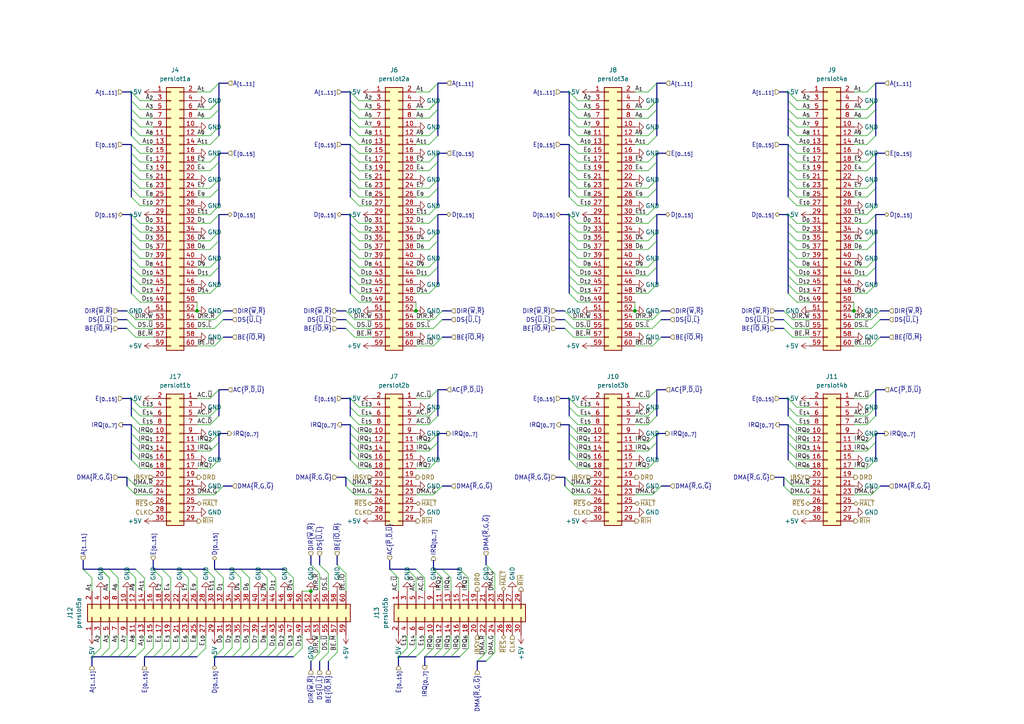
<source format=kicad_sch>
(kicad_sch (version 20250114) (generator "eeschema") (generator_version "9.0")
  (paper "A4")
  (text "+5V	A2	A3	A5	A7	A8	A10	A12	A13	A15	A17	A18	A20	A22	+5V	D0	D2	D3	D5	D7	D8	D10	D12	D13	D15	GND	/R	/U	/E	+5V\nA1	GND	A4	A6	GND	A9	A11	GND	A14	A16	GND	A19	A21	GND	A23	D1	GND	D4	D6	GND	D9	D11	GND	D14	GND	GND	/W	/L	GND	DRD\n\n+5V	E13	E14	E15	I0	I1	I3	I5	I6	IBSY	DR	DG	/RES	CLK	+5V\n/U	GND	/P	/D	GND	I2	I4	GND	I7	DRD	GND	/DG	/HALT	GND	/RIH" (at 50.8 -12.7 0) (effects (font (size 1.016 1.016)) (justify left)))
  (junction (at 184.15 90.17))
  (junction (at 247.65 90.17))
  (junction (at 120.65 90.17))
  (junction (at 57.15 90.17))
  (junction (at 90.17 171.45))
  (bus_entry (at 115.57 167.64) (size -2.54 -2.54))
  (bus_entry (at 187.96 41.91) (size 2.54 -2.54))
  (bus_entry (at 251.46 31.75) (size 2.54 -2.54))
  (bus_entry (at 40.64 41.91) (size -2.54 -2.54))
  (bus_entry (at 60.96 31.75) (size 2.54 -2.54))
  (bus_entry (at 102.87 140.97) (size -2.54 -2.54))
  (bus_entry (at 231.14 54.61) (size -2.54 -2.54))
  (bus_entry (at 36.83 92.71) (size 2.54 2.54))
  (bus_entry (at 167.64 77.47) (size -2.54 -2.54))
  (bus_entry (at 124.46 34.29) (size 2.54 -2.54))
  (bus_entry (at 40.64 67.31) (size -2.54 -2.54))
  (bus_entry (at 40.64 85.09) (size -2.54 -2.54))
  (bus_entry (at 140.97 189.23) (size -2.54 2.54))
  (bus_entry (at 104.14 39.37) (size -2.54 -2.54))
  (bus_entry (at 187.96 128.27) (size 2.54 -2.54))
  (bus_entry (at 60.96 69.85) (size 2.54 -2.54))
  (bus_entry (at 187.96 34.29) (size 2.54 -2.54))
  (bus_entry (at 74.93 187.96) (size -2.54 2.54))
  (bus_entry (at 189.23 92.71) (size 2.54 -2.54))
  (bus_entry (at 187.96 46.99) (size 2.54 -2.54))
  (bus_entry (at 187.96 72.39) (size 2.54 -2.54))
  (bus_entry (at 40.64 130.81) (size -2.54 -2.54))
  (bus_entry (at 85.09 187.96) (size -2.54 2.54))
  (bus_entry (at 128.27 187.96) (size -2.54 2.54))
  (bus_entry (at 104.14 82.55) (size -2.54 -2.54))
  (bus_entry (at 231.14 46.99) (size -2.54 -2.54))
  (bus_entry (at 143.51 189.23) (size -2.54 2.54))
  (bus_entry (at 167.64 128.27) (size -2.54 -2.54))
  (bus_entry (at 124.46 26.67) (size 2.54 -2.54))
  (bus_entry (at 72.39 187.96) (size -2.54 2.54))
  (bus_entry (at 104.14 125.73) (size -2.54 -2.54))
  (bus_entry (at 104.14 52.07) (size -2.54 -2.54))
  (bus_entry (at 187.96 77.47) (size 2.54 -2.54))
  (bus_entry (at 135.89 187.96) (size -2.54 2.54))
  (bus_entry (at 128.27 92.71) (size -2.54 2.54))
  (bus_entry (at 60.96 80.01) (size 2.54 -2.54))
  (bus_entry (at 187.96 115.57) (size 2.54 -2.54))
  (bus_entry (at 64.77 187.96) (size -2.54 2.54))
  (bus_entry (at 163.83 95.25) (size 2.54 2.54))
  (bus_entry (at 49.53 167.64) (size -2.54 -2.54))
  (bus_entry (at 40.64 82.55) (size -2.54 -2.54))
  (bus_entry (at 60.96 49.53) (size 2.54 -2.54))
  (bus_entry (at 124.46 57.15) (size 2.54 -2.54))
  (bus_entry (at 251.46 120.65) (size 2.54 -2.54))
  (bus_entry (at 231.14 29.21) (size -2.54 -2.54))
  (bus_entry (at 167.64 125.73) (size -2.54 -2.54))
  (bus_entry (at 82.55 187.96) (size -2.54 2.54))
  (bus_entry (at 34.29 167.64) (size -2.54 -2.54))
  (bus_entry (at 124.46 39.37) (size 2.54 -2.54))
  (bus_entry (at 102.87 92.71) (size -2.54 -2.54))
  (bus_entry (at 104.14 69.85) (size -2.54 -2.54))
  (bus_entry (at 251.46 54.61) (size 2.54 -2.54))
  (bus_entry (at 167.64 118.11) (size -2.54 -2.54))
  (bus_entry (at 60.96 130.81) (size 2.54 -2.54))
  (bus_entry (at 40.64 80.01) (size -2.54 -2.54))
  (bus_entry (at 40.64 120.65) (size -2.54 -2.54))
  (bus_entry (at 104.14 57.15) (size -2.54 -2.54))
  (bus_entry (at 167.64 85.09) (size -2.54 -2.54))
  (bus_entry (at 40.64 52.07) (size -2.54 -2.54))
  (bus_entry (at 231.14 118.11) (size -2.54 -2.54))
  (bus_entry (at 39.37 92.71) (size -2.54 -2.54))
  (bus_entry (at 231.14 34.29) (size -2.54 -2.54))
  (bus_entry (at 167.64 46.99) (size -2.54 -2.54))
  (bus_entry (at 227.33 95.25) (size 2.54 2.54))
  (bus_entry (at 167.64 52.07) (size -2.54 -2.54))
  (bus_entry (at 118.11 187.96) (size -2.54 2.54))
  (bus_entry (at 252.73 92.71) (size 2.54 -2.54))
  (bus_entry (at 40.64 57.15) (size -2.54 -2.54))
  (bus_entry (at 231.14 69.85) (size -2.54 -2.54))
  (bus_entry (at 40.64 54.61) (size -2.54 -2.54))
  (bus_entry (at 54.61 167.64) (size -2.54 -2.54))
  (bus_entry (at 167.64 41.91) (size -2.54 -2.54))
  (bus_entry (at 128.27 167.64) (size -2.54 -2.54))
  (bus_entry (at 60.96 135.89) (size 2.54 -2.54))
  (bus_entry (at 231.14 74.93) (size -2.54 -2.54))
  (bus_entry (at 40.64 77.47) (size -2.54 -2.54))
  (bus_entry (at 124.46 46.99) (size 2.54 -2.54))
  (bus_entry (at 231.14 135.89) (size -2.54 -2.54))
  (bus_entry (at 40.64 128.27) (size -2.54 -2.54))
  (bus_entry (at 41.91 187.96) (size -2.54 2.54))
  (bus_entry (at 187.96 123.19) (size 2.54 -2.54))
  (bus_entry (at 104.14 74.93) (size -2.54 -2.54))
  (bus_entry (at 251.46 34.29) (size 2.54 -2.54))
  (bus_entry (at 60.96 46.99) (size 2.54 -2.54))
  (bus_entry (at 124.46 130.81) (size 2.54 -2.54))
  (bus_entry (at 40.64 59.69) (size -2.54 -2.54))
  (bus_entry (at 167.64 49.53) (size -2.54 -2.54))
  (bus_entry (at 60.96 120.65) (size 2.54 -2.54))
  (bus_entry (at 133.35 187.96) (size -2.54 2.54))
  (bus_entry (at 187.96 135.89) (size 2.54 -2.54))
  (bus_entry (at 251.46 57.15) (size 2.54 -2.54))
  (bus_entry (at 104.14 120.65) (size -2.54 -2.54))
  (bus_entry (at 92.71 191.77) (size 2.54 -2.54))
  (bus_entry (at 40.64 87.63) (size -2.54 -2.54))
  (bus_entry (at 166.37 140.97) (size -2.54 -2.54))
  (bus_entry (at 251.46 123.19) (size 2.54 -2.54))
  (bus_entry (at 166.37 92.71) (size -2.54 -2.54))
  (bus_entry (at 40.64 133.35) (size -2.54 -2.54))
  (bus_entry (at 229.87 140.97) (size -2.54 -2.54))
  (bus_entry (at 167.64 44.45) (size -2.54 -2.54))
  (bus_entry (at 39.37 187.96) (size -2.54 2.54))
  (bus_entry (at 60.96 39.37) (size 2.54 -2.54))
  (bus_entry (at 231.14 57.15) (size -2.54 -2.54))
  (bus_entry (at 87.63 187.96) (size -2.54 2.54))
  (bus_entry (at 40.64 29.21) (size -2.54 -2.54))
  (bus_entry (at 167.64 123.19) (size -2.54 -2.54))
  (bus_entry (at 57.15 167.64) (size -2.54 -2.54))
  (bus_entry (at 167.64 87.63) (size -2.54 -2.54))
  (bus_entry (at 229.87 92.71) (size -2.54 -2.54))
  (bus_entry (at 187.96 69.85) (size 2.54 -2.54))
  (bus_entry (at 187.96 31.75) (size 2.54 -2.54))
  (bus_entry (at 124.46 115.57) (size 2.54 -2.54))
  (bus_entry (at 40.64 36.83) (size -2.54 -2.54))
  (bus_entry (at 167.64 54.61) (size -2.54 -2.54))
  (bus_entry (at 62.23 143.51) (size 2.54 -2.54))
  (bus_entry (at 187.96 85.09) (size 2.54 -2.54))
  (bus_entry (at 92.71 166.37) (size -2.54 -2.54))
  (bus_entry (at 251.46 135.89) (size 2.54 -2.54))
  (bus_entry (at 231.14 39.37) (size -2.54 -2.54))
  (bus_entry (at 31.75 167.64) (size -2.54 -2.54))
  (bus_entry (at 231.14 77.47) (size -2.54 -2.54))
  (bus_entry (at 231.14 120.65) (size -2.54 -2.54))
  (bus_entry (at 167.64 135.89) (size -2.54 -2.54))
  (bus_entry (at 124.46 135.89) (size 2.54 -2.54))
  (bus_entry (at 40.64 74.93) (size -2.54 -2.54))
  (bus_entry (at 62.23 92.71) (size 2.54 -2.54))
  (bus_entry (at 64.77 97.79) (size -2.54 2.54))
  (bus_entry (at 59.69 187.96) (size -2.54 2.54))
  (bus_entry (at 104.14 123.19) (size -2.54 -2.54))
  (bus_entry (at 92.71 163.83) (size 2.54 2.54))
  (bus_entry (at 124.46 54.61) (size 2.54 -2.54))
  (bus_entry (at 130.81 187.96) (size -2.54 2.54))
  (bus_entry (at 124.46 80.01) (size 2.54 -2.54))
  (bus_entry (at 80.01 167.64) (size -2.54 -2.54))
  (bus_entry (at 251.46 41.91) (size 2.54 -2.54))
  (bus_entry (at 104.14 29.21) (size -2.54 -2.54))
  (bus_entry (at 97.79 163.83) (size 2.54 2.54))
  (bus_entry (at 77.47 167.64) (size -2.54 -2.54))
  (bus_entry (at 231.14 49.53) (size -2.54 -2.54))
  (bus_entry (at 187.96 49.53) (size 2.54 -2.54))
  (bus_entry (at 231.14 125.73) (size -2.54 -2.54))
  (bus_entry (at 231.14 80.01) (size -2.54 -2.54))
  (bus_entry (at 124.46 123.19) (size 2.54 -2.54))
  (bus_entry (at 29.21 187.96) (size -2.54 2.54))
  (bus_entry (at 251.46 115.57) (size 2.54 -2.54))
  (bus_entry (at 187.96 130.81) (size 2.54 -2.54))
  (bus_entry (at 124.46 49.53) (size 2.54 -2.54))
  (bus_entry (at 104.14 118.11) (size -2.54 -2.54))
  (bus_entry (at 104.14 44.45) (size -2.54 -2.54))
  (bus_entry (at 231.14 72.39) (size -2.54 -2.54))
  (bus_entry (at 124.46 77.47) (size 2.54 -2.54))
  (bus_entry (at 124.46 120.65) (size 2.54 -2.54))
  (bus_entry (at 120.65 167.64) (size -2.54 -2.54))
  (bus_entry (at 163.83 92.71) (size 2.54 2.54))
  (bus_entry (at 231.14 123.19) (size -2.54 -2.54))
  (bus_entry (at 64.77 167.64) (size -2.54 -2.54))
  (bus_entry (at 167.64 29.21) (size -2.54 -2.54))
  (bus_entry (at 187.96 80.01) (size 2.54 -2.54))
  (bus_entry (at 120.65 187.96) (size -2.54 2.54))
  (bus_entry (at 64.77 92.71) (size -2.54 2.54))
  (bus_entry (at 36.83 187.96) (size -2.54 2.54))
  (bus_entry (at 104.14 128.27) (size -2.54 -2.54))
  (bus_entry (at 251.46 72.39) (size 2.54 -2.54))
  (bus_entry (at 34.29 187.96) (size -2.54 2.54))
  (bus_entry (at 72.39 167.64) (size -2.54 -2.54))
  (bus_entry (at 251.46 77.47) (size 2.54 -2.54))
  (bus_entry (at 231.14 59.69) (size -2.54 -2.54))
  (bus_entry (at 104.14 49.53) (size -2.54 -2.54))
  (bus_entry (at 187.96 62.23) (size 2.54 -2.54))
  (bus_entry (at 231.14 41.91) (size -2.54 -2.54))
  (bus_entry (at 251.46 128.27) (size 2.54 -2.54))
  (bus_entry (at 124.46 72.39) (size 2.54 -2.54))
  (bus_entry (at 104.14 85.09) (size -2.54 -2.54))
  (bus_entry (at 102.87 143.51) (size -2.54 -2.54))
  (bus_entry (at 69.85 167.64) (size -2.54 -2.54))
  (bus_entry (at 104.14 130.81) (size -2.54 -2.54))
  (bus_entry (at 251.46 64.77) (size 2.54 -2.54))
  (bus_entry (at 62.23 167.64) (size -2.54 -2.54))
  (bus_entry (at 39.37 140.97) (size -2.54 -2.54))
  (bus_entry (at 60.96 41.91) (size 2.54 -2.54))
  (bus_entry (at 135.89 167.64) (size -2.54 -2.54))
  (bus_entry (at 26.67 167.64) (size -2.54 -2.54))
  (bus_entry (at 231.14 64.77) (size -2.54 -2.54))
  (bus_entry (at 124.46 69.85) (size 2.54 -2.54))
  (bus_entry (at 67.31 187.96) (size -2.54 2.54))
  (bus_entry (at 231.14 130.81) (size -2.54 -2.54))
  (bus_entry (at 124.46 31.75) (size 2.54 -2.54))
  (bus_entry (at 60.96 34.29) (size 2.54 -2.54))
  (bus_entry (at 31.75 187.96) (size -2.54 2.54))
  (bus_entry (at 52.07 187.96) (size -2.54 2.54))
  (bus_entry (at 40.64 49.53) (size -2.54 -2.54))
  (bus_entry (at 39.37 143.51) (size -2.54 -2.54))
  (bus_entry (at 125.73 92.71) (size 2.54 -2.54))
  (bus_entry (at 251.46 62.23) (size 2.54 -2.54))
  (bus_entry (at 231.14 87.63) (size -2.54 -2.54))
  (bus_entry (at 77.47 187.96) (size -2.54 2.54))
  (bus_entry (at 40.64 72.39) (size -2.54 -2.54))
  (bus_entry (at 128.27 97.79) (size -2.54 2.54))
  (bus_entry (at 60.96 31.75) (size 2.54 -2.54))
  (bus_entry (at 92.71 189.23) (size -2.54 2.54))
  (bus_entry (at 40.64 34.29) (size -2.54 -2.54))
  (bus_entry (at 85.09 167.64) (size -2.54 -2.54))
  (bus_entry (at 46.99 167.64) (size -2.54 -2.54))
  (bus_entry (at 167.64 72.39) (size -2.54 -2.54))
  (bus_entry (at 104.14 77.47) (size -2.54 -2.54))
  (bus_entry (at 104.14 72.39) (size -2.54 -2.54))
  (bus_entry (at 124.46 128.27) (size 2.54 -2.54))
  (bus_entry (at 167.64 82.55) (size -2.54 -2.54))
  (bus_entry (at 227.33 92.71) (size 2.54 2.54))
  (bus_entry (at 54.61 187.96) (size -2.54 2.54))
  (bus_entry (at 187.96 120.65) (size 2.54 -2.54))
  (bus_entry (at 167.64 57.15) (size -2.54 -2.54))
  (bus_entry (at 60.96 77.47) (size 2.54 -2.54))
  (bus_entry (at 124.46 64.77) (size 2.54 -2.54))
  (bus_entry (at 251.46 31.75) (size 2.54 -2.54))
  (bus_entry (at 189.23 143.51) (size 2.54 -2.54))
  (bus_entry (at 100.33 95.25) (size 2.54 2.54))
  (bus_entry (at 60.96 85.09) (size 2.54 -2.54))
  (bus_entry (at 104.14 80.01) (size -2.54 -2.54))
  (bus_entry (at 187.96 39.37) (size 2.54 -2.54))
  (bus_entry (at 124.46 31.75) (size 2.54 -2.54))
  (bus_entry (at 104.14 41.91) (size -2.54 -2.54))
  (bus_entry (at 167.64 31.75) (size -2.54 -2.54))
  (bus_entry (at 167.64 39.37) (size -2.54 -2.54))
  (bus_entry (at 60.96 128.27) (size 2.54 -2.54))
  (bus_entry (at 191.77 97.79) (size -2.54 2.54))
  (bus_entry (at 125.73 143.51) (size 2.54 -2.54))
  (bus_entry (at 104.14 135.89) (size -2.54 -2.54))
  (bus_entry (at 104.14 36.83) (size -2.54 -2.54))
  (bus_entry (at 231.14 133.35) (size -2.54 -2.54))
  (bus_entry (at 167.64 120.65) (size -2.54 -2.54))
  (bus_entry (at 123.19 187.96) (size -2.54 2.54))
  (bus_entry (at 229.87 143.51) (size -2.54 -2.54))
  (bus_entry (at 231.14 36.83) (size -2.54 -2.54))
  (bus_entry (at 40.64 135.89) (size -2.54 -2.54))
  (bus_entry (at 252.73 143.51) (size 2.54 -2.54))
  (bus_entry (at 231.14 44.45) (size -2.54 -2.54))
  (bus_entry (at 167.64 36.83) (size -2.54 -2.54))
  (bus_entry (at 251.46 49.53) (size 2.54 -2.54))
  (bus_entry (at 124.46 62.23) (size 2.54 -2.54))
  (bus_entry (at 130.81 167.64) (size -2.54 -2.54))
  (bus_entry (at 167.64 130.81) (size -2.54 -2.54))
  (bus_entry (at 231.14 128.27) (size -2.54 -2.54))
  (bus_entry (at 49.53 187.96) (size -2.54 2.54))
  (bus_entry (at 104.14 67.31) (size -2.54 -2.54))
  (bus_entry (at 255.27 92.71) (size -2.54 2.54))
  (bus_entry (at 166.37 143.51) (size -2.54 -2.54))
  (bus_entry (at 39.37 167.64) (size -2.54 -2.54))
  (bus_entry (at 104.14 87.63) (size -2.54 -2.54))
  (bus_entry (at 40.64 44.45) (size -2.54 -2.54))
  (bus_entry (at 167.64 69.85) (size -2.54 -2.54))
  (bus_entry (at 40.64 69.85) (size -2.54 -2.54))
  (bus_entry (at 187.96 31.75) (size 2.54 -2.54))
  (bus_entry (at 60.96 54.61) (size 2.54 -2.54))
  (bus_entry (at 104.14 64.77) (size -2.54 -2.54))
  (bus_entry (at 124.46 41.91) (size 2.54 -2.54))
  (bus_entry (at 60.96 123.19) (size 2.54 -2.54))
  (bus_entry (at 40.64 31.75) (size -2.54 -2.54))
  (bus_entry (at 167.64 133.35) (size -2.54 -2.54))
  (bus_entry (at 167.64 59.69) (size -2.54 -2.54))
  (bus_entry (at 231.14 31.75) (size -2.54 -2.54))
  (bus_entry (at 60.96 115.57) (size 2.54 -2.54))
  (bus_entry (at 100.33 92.71) (size 2.54 2.54))
  (bus_entry (at 40.64 39.37) (size -2.54 -2.54))
  (bus_entry (at 40.64 118.11) (size -2.54 -2.54))
  (bus_entry (at 187.96 26.67) (size 2.54 -2.54))
  (bus_entry (at 104.14 133.35) (size -2.54 -2.54))
  (bus_entry (at 95.25 191.77) (size 2.54 -2.54))
  (bus_entry (at 251.46 80.01) (size 2.54 -2.54))
  (bus_entry (at 80.01 187.96) (size -2.54 2.54))
  (bus_entry (at 124.46 85.09) (size 2.54 -2.54))
  (bus_entry (at 40.64 123.19) (size -2.54 -2.54))
  (bus_entry (at 46.99 187.96) (size -2.54 2.54))
  (bus_entry (at 167.64 34.29) (size -2.54 -2.54))
  (bus_entry (at 104.14 59.69) (size -2.54 -2.54))
  (bus_entry (at 167.64 80.01) (size -2.54 -2.54))
  (bus_entry (at 187.96 54.61) (size 2.54 -2.54))
  (bus_entry (at 251.46 85.09) (size 2.54 -2.54))
  (bus_entry (at 60.96 64.77) (size 2.54 -2.54))
  (bus_entry (at 125.73 187.96) (size -2.54 2.54))
  (bus_entry (at 60.96 26.67) (size 2.54 -2.54))
  (bus_entry (at 251.46 130.81) (size 2.54 -2.54))
  (bus_entry (at 104.14 34.29) (size -2.54 -2.54))
  (bus_entry (at 191.77 92.71) (size -2.54 2.54))
  (bus_entry (at 123.19 167.64) (size -2.54 -2.54))
  (bus_entry (at 60.96 72.39) (size 2.54 -2.54))
  (bus_entry (at 69.85 187.96) (size -2.54 2.54))
  (bus_entry (at 60.96 57.15) (size 2.54 -2.54))
  (bus_entry (at 255.27 97.79) (size -2.54 2.54))
  (bus_entry (at 167.64 64.77) (size -2.54 -2.54))
  (bus_entry (at 231.14 82.55) (size -2.54 -2.54))
  (bus_entry (at 187.96 64.77) (size 2.54 -2.54))
  (bus_entry (at 167.64 67.31) (size -2.54 -2.54))
  (bus_entry (at 251.46 46.99) (size 2.54 -2.54))
  (bus_entry (at 231.14 67.31) (size -2.54 -2.54))
  (bus_entry (at 251.46 69.85) (size 2.54 -2.54))
  (bus_entry (at 251.46 26.67) (size 2.54 -2.54))
  (bus_entry (at 40.64 125.73) (size -2.54 -2.54))
  (bus_entry (at 41.91 167.64) (size -2.54 -2.54))
  (bus_entry (at 40.64 64.77) (size -2.54 -2.54))
  (bus_entry (at 44.45 187.96) (size -2.54 2.54))
  (bus_entry (at 251.46 39.37) (size 2.54 -2.54))
  (bus_entry (at 60.96 62.23) (size 2.54 -2.54))
  (bus_entry (at 231.14 52.07) (size -2.54 -2.54))
  (bus_entry (at 143.51 166.37) (size -2.54 -2.54))
  (bus_entry (at 57.15 187.96) (size -2.54 2.54))
  (bus_entry (at 36.83 95.25) (size 2.54 2.54))
  (bus_entry (at 104.14 31.75) (size -2.54 -2.54))
  (bus_entry (at 104.14 46.99) (size -2.54 -2.54))
  (bus_entry (at 40.64 46.99) (size -2.54 -2.54))
  (bus_entry (at 167.64 74.93) (size -2.54 -2.54))
  (bus_entry (at 231.14 85.09) (size -2.54 -2.54))
  (bus_entry (at 31.75 167.64) (size -2.54 -2.54))
  (bus_entry (at 187.96 57.15) (size 2.54 -2.54))
  (bus_entry (at 104.14 54.61) (size -2.54 -2.54))
  (wire (pts (xy 247.65 120.65) (xy 251.46 120.65)))
  (bus (pts (xy 254 120.65) (xy 254 118.11)))
  (wire (pts (xy 184.15 135.89) (xy 187.96 135.89)))
  (wire (pts (xy 247.65 77.47) (xy 251.46 77.47)))
  (bus (pts (xy 38.1 69.85) (xy 38.1 67.31)))
  (bus (pts (xy 194.31 92.71) (xy 191.77 92.71)))
  (bus (pts (xy 226.06 62.23) (xy 228.6 62.23)))
  (bus (pts (xy 31.75 190.5) (xy 34.29 190.5)))
  (bus (pts (xy 97.79 138.43) (xy 100.33 138.43)))
  (bus (pts (xy 254 54.61) (xy 254 59.69)))
  (bus (pts (xy 254 133.35) (xy 254 128.27)))
  (bus (pts (xy 115.57 190.5) (xy 118.11 190.5)))
  (wire (pts (xy 171.45 135.89) (xy 167.64 135.89)))
  (bus (pts (xy 161.29 95.25) (xy 163.83 95.25)))
  (wire (pts (xy 44.45 123.19) (xy 40.64 123.19)))
  (wire (pts (xy 171.45 133.35) (xy 167.64 133.35)))
  (wire (pts (xy 57.15 34.29) (xy 60.96 34.29)))
  (wire (pts (xy 118.11 184.15) (xy 118.11 187.96)))
  (bus (pts (xy 38.1 82.55) (xy 38.1 80.01)))
  (bus (pts (xy 224.79 90.17) (xy 227.33 90.17)))
  (bus (pts (xy 255.27 140.97) (xy 257.81 140.97)))
  (wire (pts (xy 171.45 74.93) (xy 167.64 74.93)))
  (wire (pts (xy 120.65 72.39) (xy 124.46 72.39)))
  (bus (pts (xy 165.1 74.93) (xy 165.1 72.39)))
  (bus (pts (xy 190.5 46.99) (xy 190.5 44.45)))
  (bus (pts (xy 67.31 92.71) (xy 64.77 92.71)))
  (bus (pts (xy 127 74.93) (xy 127 69.85)))
  (wire (pts (xy 44.45 97.79) (xy 39.37 97.79)))
  (wire (pts (xy 57.15 80.01) (xy 60.96 80.01)))
  (wire (pts (xy 234.95 92.71) (xy 229.87 92.71)))
  (wire (pts (xy 57.15 115.57) (xy 60.96 115.57)))
  (bus (pts (xy 190.5 54.61) (xy 190.5 59.69)))
  (bus (pts (xy 226.06 115.57) (xy 228.6 115.57)))
  (wire (pts (xy 120.65 184.15) (xy 120.65 187.96)))
  (bus (pts (xy 127 54.61) (xy 127 52.07)))
  (bus (pts (xy 38.1 44.45) (xy 38.1 41.91)))
  (bus (pts (xy 228.6 26.67) (xy 228.6 29.21)))
  (wire (pts (xy 247.65 130.81) (xy 251.46 130.81)))
  (bus (pts (xy 227.33 140.97) (xy 227.33 138.43)))
  (bus (pts (xy 63.5 67.31) (xy 63.5 62.23)))
  (bus (pts (xy 128.27 165.1) (xy 125.73 165.1)))
  (bus (pts (xy 133.35 165.1) (xy 128.27 165.1)))
  (bus (pts (xy 226.06 26.67) (xy 228.6 26.67)))
  (bus (pts (xy 165.1 31.75) (xy 165.1 34.29)))
  (bus (pts (xy 99.06 41.91) (xy 101.6 41.91)))
  (bus (pts (xy 130.81 97.79) (xy 128.27 97.79)))
  (wire (pts (xy 234.95 54.61) (xy 231.14 54.61)))
  (bus (pts (xy 161.29 138.43) (xy 163.83 138.43)))
  (wire (pts (xy 49.53 184.15) (xy 49.53 187.96)))
  (bus (pts (xy 190.5 62.23) (xy 193.04 62.23)))
  (wire (pts (xy 57.15 120.65) (xy 60.96 120.65)))
  (wire (pts (xy 166.37 140.97) (xy 171.45 140.97)))
  (wire (pts (xy 102.87 143.51) (xy 107.95 143.51)))
  (wire (pts (xy 44.45 87.63) (xy 40.64 87.63)))
  (bus (pts (xy 165.1 44.45) (xy 165.1 41.91)))
  (wire (pts (xy 120.65 64.77) (xy 124.46 64.77)))
  (bus (pts (xy 228.6 46.99) (xy 228.6 44.45)))
  (bus (pts (xy 228.6 64.77) (xy 228.6 62.23)))
  (bus (pts (xy 125.73 165.1) (xy 125.73 162.56)))
  (wire (pts (xy 135.89 171.45) (xy 135.89 167.64)))
  (wire (pts (xy 57.15 31.75) (xy 60.96 31.75)))
  (wire (pts (xy 125.73 100.33) (xy 120.65 100.33)))
  (bus (pts (xy 165.1 67.31) (xy 165.1 64.77)))
  (bus (pts (xy 165.1 64.77) (xy 165.1 62.23)))
  (bus (pts (xy 161.29 90.17) (xy 163.83 90.17)))
  (wire (pts (xy 107.95 57.15) (xy 104.14 57.15)))
  (bus (pts (xy 101.6 49.53) (xy 101.6 46.99)))
  (bus (pts (xy 82.55 190.5) (xy 80.01 190.5)))
  (wire (pts (xy 125.73 184.15) (xy 125.73 187.96)))
  (bus (pts (xy 190.5 29.21) (xy 190.5 31.75)))
  (bus (pts (xy 101.6 44.45) (xy 101.6 41.91)))
  (wire (pts (xy 92.71 184.15) (xy 92.71 189.23)))
  (wire (pts (xy 80.01 171.45) (xy 80.01 167.64)))
  (bus (pts (xy 63.5 29.21) (xy 63.5 31.75)))
  (wire (pts (xy 39.37 171.45) (xy 39.37 167.64)))
  (bus (pts (xy 38.1 54.61) (xy 38.1 57.15)))
  (bus (pts (xy 77.47 165.1) (xy 74.93 165.1)))
  (bus (pts (xy 127 118.11) (xy 127 113.03)))
  (wire (pts (xy 57.15 57.15) (xy 60.96 57.15)))
  (bus (pts (xy 101.6 128.27) (xy 101.6 125.73)))
  (bus (pts (xy 38.1 64.77) (xy 38.1 62.23)))
  (bus (pts (xy 63.5 82.55) (xy 63.5 77.47)))
  (wire (pts (xy 130.81 171.45) (xy 130.81 167.64)))
  (wire (pts (xy 247.65 85.09) (xy 251.46 85.09)))
  (bus (pts (xy 35.56 41.91) (xy 38.1 41.91)))
  (bus (pts (xy 228.6 44.45) (xy 228.6 41.91)))
  (wire (pts (xy 247.65 92.71) (xy 252.73 92.71)))
  (bus (pts (xy 254 77.47) (xy 254 74.93)))
  (bus (pts (xy 254 67.31) (xy 254 62.23)))
  (bus (pts (xy 190.5 82.55) (xy 190.5 77.47)))
  (bus (pts (xy 165.1 54.61) (xy 165.1 57.15)))
  (bus (pts (xy 101.6 31.75) (xy 101.6 34.29)))
  (wire (pts (xy 234.95 52.07) (xy 231.14 52.07)))
  (wire (pts (xy 29.21 184.15) (xy 29.21 187.96)))
  (wire (pts (xy 36.83 184.15) (xy 36.83 187.96)))
  (bus (pts (xy 31.75 165.1) (xy 36.83 165.1)))
  (bus (pts (xy 190.5 113.03) (xy 193.04 113.03)))
  (wire (pts (xy 171.45 34.29) (xy 167.64 34.29)))
  (wire (pts (xy 107.95 118.11) (xy 104.14 118.11)))
  (wire (pts (xy 39.37 184.15) (xy 39.37 187.96)))
  (bus (pts (xy 190.5 120.65) (xy 190.5 118.11)))
  (wire (pts (xy 107.95 85.09) (xy 104.14 85.09)))
  (wire (pts (xy 120.65 128.27) (xy 124.46 128.27)))
  (wire (pts (xy 125.73 95.25) (xy 120.65 95.25)))
  (bus (pts (xy 228.6 54.61) (xy 228.6 52.07)))
  (wire (pts (xy 57.15 46.99) (xy 60.96 46.99)))
  (bus (pts (xy 90.17 194.31) (xy 90.17 191.77)))
  (bus (pts (xy 165.1 54.61) (xy 165.1 52.07)))
  (wire (pts (xy 102.87 140.97) (xy 107.95 140.97)))
  (wire (pts (xy 120.65 57.15) (xy 124.46 57.15)))
  (bus (pts (xy 165.1 80.01) (xy 165.1 77.47)))
  (wire (pts (xy 57.15 92.71) (xy 62.23 92.71)))
  (bus (pts (xy 127 77.47) (xy 127 74.93)))
  (wire (pts (xy 234.95 120.65) (xy 231.14 120.65)))
  (wire (pts (xy 184.15 77.47) (xy 187.96 77.47)))
  (wire (pts (xy 57.15 49.53) (xy 60.96 49.53)))
  (wire (pts (xy 87.63 171.45) (xy 90.17 171.45)))
  (wire (pts (xy 166.37 95.25) (xy 171.45 95.25)))
  (bus (pts (xy 118.11 190.5) (xy 120.65 190.5)))
  (wire (pts (xy 31.75 171.45) (xy 31.75 167.64)))
  (bus (pts (xy 226.06 123.19) (xy 228.6 123.19)))
  (wire (pts (xy 120.65 135.89) (xy 124.46 135.89)))
  (wire (pts (xy 107.95 34.29) (xy 104.14 34.29)))
  (bus (pts (xy 257.81 97.79) (xy 255.27 97.79)))
  (bus (pts (xy 52.07 165.1) (xy 46.99 165.1)))
  (bus (pts (xy 38.1 67.31) (xy 38.1 64.77)))
  (wire (pts (xy 234.95 80.01) (xy 231.14 80.01)))
  (wire (pts (xy 57.15 64.77) (xy 60.96 64.77)))
  (bus (pts (xy 162.56 115.57) (xy 165.1 115.57)))
  (bus (pts (xy 128.27 140.97) (xy 130.81 140.97)))
  (wire (pts (xy 54.61 184.15) (xy 54.61 187.96)))
  (bus (pts (xy 190.5 128.27) (xy 190.5 125.73)))
  (wire (pts (xy 44.45 54.61) (xy 40.64 54.61)))
  (bus (pts (xy 63.5 46.99) (xy 63.5 44.45)))
  (wire (pts (xy 44.45 184.15) (xy 44.45 187.96)))
  (wire (pts (xy 247.65 87.63) (xy 247.65 90.17)))
  (wire (pts (xy 171.45 72.39) (xy 167.64 72.39)))
  (bus (pts (xy 228.6 80.01) (xy 228.6 77.47)))
  (wire (pts (xy 247.65 39.37) (xy 251.46 39.37)))
  (bus (pts (xy 115.57 193.04) (xy 115.57 190.5)))
  (wire (pts (xy 44.45 31.75) (xy 40.64 31.75)))
  (wire (pts (xy 234.95 39.37) (xy 231.14 39.37)))
  (wire (pts (xy 44.45 36.83) (xy 40.64 36.83)))
  (wire (pts (xy 44.45 72.39) (xy 40.64 72.39)))
  (bus (pts (xy 118.11 165.1) (xy 113.03 165.1)))
  (bus (pts (xy 130.81 90.17) (xy 128.27 90.17)))
  (bus (pts (xy 101.6 29.21) (xy 101.6 31.75)))
  (wire (pts (xy 107.95 41.91) (xy 104.14 41.91)))
  (bus (pts (xy 38.1 46.99) (xy 38.1 44.45)))
  (bus (pts (xy 101.6 118.11) (xy 101.6 120.65)))
  (bus (pts (xy 35.56 115.57) (xy 38.1 115.57)))
  (bus (pts (xy 64.77 140.97) (xy 67.31 140.97)))
  (bus (pts (xy 82.55 165.1) (xy 77.47 165.1)))
  (wire (pts (xy 234.95 135.89) (xy 231.14 135.89)))
  (bus (pts (xy 63.5 133.35) (xy 63.5 128.27)))
  (bus (pts (xy 127 52.07) (xy 127 46.99)))
  (wire (pts (xy 107.95 69.85) (xy 104.14 69.85)))
  (wire (pts (xy 247.65 72.39) (xy 251.46 72.39)))
  (bus (pts (xy 101.6 69.85) (xy 101.6 67.31)))
  (wire (pts (xy 171.45 67.31) (xy 167.64 67.31)))
  (wire (pts (xy 44.45 41.91) (xy 40.64 41.91)))
  (bus (pts (xy 254 24.13) (xy 254 29.21)))
  (bus (pts (xy 165.1 115.57) (xy 165.1 118.11)))
  (wire (pts (xy 120.65 171.45) (xy 120.65 167.64)))
  (wire (pts (xy 57.15 130.81) (xy 60.96 130.81)))
  (wire (pts (xy 44.45 128.27) (xy 40.64 128.27)))
  (wire (pts (xy 62.23 143.51) (xy 57.15 143.51)))
  (bus (pts (xy 165.1 85.09) (xy 165.1 82.55)))
  (wire (pts (xy 44.45 135.89) (xy 40.64 135.89)))
  (bus (pts (xy 74.93 165.1) (xy 69.85 165.1)))
  (bus (pts (xy 34.29 90.17) (xy 36.83 90.17)))
  (wire (pts (xy 57.15 69.85) (xy 60.96 69.85)))
  (bus (pts (xy 254 31.75) (xy 254 36.83)))
  (wire (pts (xy 69.85 184.15) (xy 69.85 187.96)))
  (bus (pts (xy 101.6 46.99) (xy 101.6 44.45)))
  (wire (pts (xy 74.93 184.15) (xy 74.93 187.96)))
  (bus (pts (xy 26.67 190.5) (xy 29.21 190.5)))
  (bus (pts (xy 140.97 191.77) (xy 138.43 191.77)))
  (wire (pts (xy 120.65 54.61) (xy 124.46 54.61)))
  (wire (pts (xy 57.15 39.37) (xy 60.96 39.37)))
  (bus (pts (xy 228.6 118.11) (xy 228.6 120.65)))
  (bus (pts (xy 67.31 97.79) (xy 64.77 97.79)))
  (wire (pts (xy 120.65 87.63) (xy 120.65 90.17)))
  (wire (pts (xy 234.95 87.63) (xy 231.14 87.63)))
  (wire (pts (xy 171.45 120.65) (xy 167.64 120.65)))
  (wire (pts (xy 143.51 189.23) (xy 143.51 184.15)))
  (bus (pts (xy 62.23 193.04) (xy 62.23 190.5)))
  (wire (pts (xy 46.99 184.15) (xy 46.99 187.96)))
  (bus (pts (xy 165.1 29.21) (xy 165.1 31.75)))
  (wire (pts (xy 57.15 171.45) (xy 57.15 167.64)))
  (bus (pts (xy 74.93 190.5) (xy 72.39 190.5)))
  (wire (pts (xy 120.65 41.91) (xy 124.46 41.91)))
  (bus (pts (xy 254 44.45) (xy 256.54 44.45)))
  (wire (pts (xy 234.95 46.99) (xy 231.14 46.99)))
  (bus (pts (xy 190.5 31.75) (xy 190.5 36.83)))
  (bus (pts (xy 127 36.83) (xy 127 39.37)))
  (bus (pts (xy 62.23 165.1) (xy 62.23 162.56)))
  (wire (pts (xy 247.65 64.77) (xy 251.46 64.77)))
  (wire (pts (xy 171.45 49.53) (xy 167.64 49.53)))
  (bus (pts (xy 46.99 165.1) (xy 44.45 165.1)))
  (bus (pts (xy 228.6 29.21) (xy 228.6 31.75)))
  (bus (pts (xy 64.77 190.5) (xy 62.23 190.5)))
  (bus (pts (xy 99.06 115.57) (xy 101.6 115.57)))
  (bus (pts (xy 77.47 190.5) (xy 74.93 190.5)))
  (wire (pts (xy 120.65 49.53) (xy 124.46 49.53)))
  (wire (pts (xy 234.95 130.81) (xy 231.14 130.81)))
  (wire (pts (xy 107.95 72.39) (xy 104.14 72.39)))
  (wire (pts (xy 234.95 31.75) (xy 231.14 31.75)))
  (wire (pts (xy 57.15 54.61) (xy 60.96 54.61)))
  (wire (pts (xy 133.35 184.15) (xy 133.35 187.96)))
  (bus (pts (xy 194.31 90.17) (xy 191.77 90.17)))
  (bus (pts (xy 101.6 72.39) (xy 101.6 69.85)))
  (bus (pts (xy 49.53 190.5) (xy 46.99 190.5)))
  (bus (pts (xy 63.5 74.93) (xy 63.5 69.85)))
  (bus (pts (xy 95.25 194.31) (xy 95.25 191.77)))
  (bus (pts (xy 228.6 74.93) (xy 228.6 72.39)))
  (wire (pts (xy 107.95 120.65) (xy 104.14 120.65)))
  (bus (pts (xy 190.5 69.85) (xy 190.5 67.31)))
  (wire (pts (xy 44.45 67.31) (xy 40.64 67.31)))
  (bus (pts (xy 254 74.93) (xy 254 69.85)))
  (bus (pts (xy 228.6 36.83) (xy 228.6 39.37)))
  (wire (pts (xy 171.45 59.69) (xy 167.64 59.69)))
  (wire (pts (xy 184.15 72.39) (xy 187.96 72.39)))
  (wire (pts (xy 57.15 41.91) (xy 60.96 41.91)))
  (bus (pts (xy 63.5 54.61) (xy 63.5 52.07)))
  (wire (pts (xy 107.95 92.71) (xy 102.87 92.71)))
  (wire (pts (xy 252.73 143.51) (xy 247.65 143.51)))
  (bus (pts (xy 127 29.21) (xy 127 31.75)))
  (wire (pts (xy 184.15 39.37) (xy 187.96 39.37)))
  (bus (pts (xy 190.5 118.11) (xy 190.5 113.03)))
  (wire (pts (xy 57.15 72.39) (xy 60.96 72.39)))
  (wire (pts (xy 123.19 184.15) (xy 123.19 187.96)))
  (bus (pts (xy 165.1 49.53) (xy 165.1 46.99)))
  (wire (pts (xy 44.45 130.81) (xy 40.64 130.81)))
  (wire (pts (xy 171.45 57.15) (xy 167.64 57.15)))
  (wire (pts (xy 234.95 125.73) (xy 231.14 125.73)))
  (wire (pts (xy 229.87 95.25) (xy 234.95 95.25)))
  (bus (pts (xy 193.04 24.13) (xy 190.5 24.13)))
  (wire (pts (xy 171.45 97.79) (xy 166.37 97.79)))
  (bus (pts (xy 254 125.73) (xy 256.54 125.73)))
  (wire (pts (xy 44.45 118.11) (xy 40.64 118.11)))
  (wire (pts (xy 120.65 92.71) (xy 125.73 92.71)))
  (bus (pts (xy 190.5 36.83) (xy 190.5 39.37)))
  (bus (pts (xy 162.56 123.19) (xy 165.1 123.19)))
  (bus (pts (xy 92.71 161.29) (xy 92.71 163.83)))
  (wire (pts (xy 120.65 120.65) (xy 124.46 120.65)))
  (bus (pts (xy 38.1 118.11) (xy 38.1 120.65)))
  (wire (pts (xy 184.15 54.61) (xy 187.96 54.61)))
  (bus (pts (xy 128.27 190.5) (xy 125.73 190.5)))
  (bus (pts (xy 254 36.83) (xy 254 39.37)))
  (wire (pts (xy 107.95 31.75) (xy 104.14 31.75)))
  (wire (pts (xy 171.45 39.37) (xy 167.64 39.37)))
  (wire (pts (xy 234.95 67.31) (xy 231.14 67.31)))
  (wire (pts (xy 128.27 184.15) (xy 128.27 187.96)))
  (wire (pts (xy 107.95 54.61) (xy 104.14 54.61)))
  (wire (pts (xy 107.95 77.47) (xy 104.14 77.47)))
  (wire (pts (xy 120.65 26.67) (xy 124.46 26.67)))
  (bus (pts (xy 120.65 165.1) (xy 118.11 165.1)))
  (wire (pts (xy 120.65 39.37) (xy 124.46 39.37)))
  (bus (pts (xy 101.6 133.35) (xy 101.6 130.81)))
  (bus (pts (xy 99.06 62.23) (xy 101.6 62.23)))
  (bus (pts (xy 113.03 165.1) (xy 113.03 162.56)))
  (bus (pts (xy 54.61 190.5) (xy 52.07 190.5)))
  (bus (pts (xy 72.39 190.5) (xy 69.85 190.5)))
  (bus (pts (xy 228.6 133.35) (xy 228.6 130.81)))
  (wire (pts (xy 44.45 49.53) (xy 40.64 49.53)))
  (bus (pts (xy 165.1 82.55) (xy 165.1 80.01)))
  (bus (pts (xy 38.1 115.57) (xy 38.1 118.11)))
  (bus (pts (xy 101.6 52.07) (xy 101.6 49.53)))
  (bus (pts (xy 38.1 85.09) (xy 38.1 82.55)))
  (wire (pts (xy 247.65 34.29) (xy 251.46 34.29)))
  (bus (pts (xy 228.6 115.57) (xy 228.6 118.11)))
  (bus (pts (xy 63.5 69.85) (xy 63.5 67.31)))
  (bus (pts (xy 54.61 165.1) (xy 59.69 165.1)))
  (bus (pts (xy 63.5 31.75) (xy 63.5 36.83)))
  (wire (pts (xy 107.95 82.55) (xy 104.14 82.55)))
  (wire (pts (xy 107.95 135.89) (xy 104.14 135.89)))
  (bus (pts (xy 254 118.11) (xy 254 113.03)))
  (bus (pts (xy 190.5 77.47) (xy 190.5 74.93)))
  (wire (pts (xy 247.65 80.01) (xy 251.46 80.01)))
  (wire (pts (xy 57.15 128.27) (xy 60.96 128.27)))
  (bus (pts (xy 63.5 54.61) (xy 63.5 59.69)))
  (wire (pts (xy 44.45 82.55) (xy 40.64 82.55)))
  (wire (pts (xy 234.95 41.91) (xy 231.14 41.91)))
  (wire (pts (xy 229.87 143.51) (xy 234.95 143.51)))
  (bus (pts (xy 26.67 193.04) (xy 26.67 190.5)))
  (wire (pts (xy 44.45 85.09) (xy 40.64 85.09)))
  (bus (pts (xy 99.06 123.19) (xy 101.6 123.19)))
  (wire (pts (xy 107.95 64.77) (xy 104.14 64.77)))
  (wire (pts (xy 72.39 171.45) (xy 72.39 167.64)))
  (bus (pts (xy 101.6 77.47) (xy 101.6 74.93)))
  (bus (pts (xy 163.83 140.97) (xy 163.83 138.43)))
  (bus (pts (xy 224.79 138.43) (xy 227.33 138.43)))
  (wire (pts (xy 57.15 135.89) (xy 60.96 135.89)))
  (bus (pts (xy 254 62.23) (xy 256.54 62.23)))
  (wire (pts (xy 234.95 69.85) (xy 231.14 69.85)))
  (wire (pts (xy 44.45 80.01) (xy 40.64 80.01)))
  (bus (pts (xy 97.79 92.71) (xy 100.33 92.71)))
  (bus (pts (xy 162.56 41.91) (xy 165.1 41.91)))
  (wire (pts (xy 184.15 57.15) (xy 187.96 57.15)))
  (bus (pts (xy 228.6 31.75) (xy 228.6 34.29)))
  (bus (pts (xy 140.97 163.83) (xy 140.97 161.29)))
  (bus (pts (xy 38.1 29.21) (xy 38.1 31.75)))
  (wire (pts (xy 234.95 128.27) (xy 231.14 128.27)))
  (wire (pts (xy 184.15 87.63) (xy 184.15 90.17)))
  (bus (pts (xy 101.6 26.67) (xy 101.6 29.21)))
  (bus (pts (xy 130.81 92.71) (xy 128.27 92.71)))
  (wire (pts (xy 234.95 49.53) (xy 231.14 49.53)))
  (bus (pts (xy 63.5 120.65) (xy 63.5 118.11)))
  (wire (pts (xy 171.45 123.19) (xy 167.64 123.19)))
  (wire (pts (xy 44.45 44.45) (xy 40.64 44.45)))
  (wire (pts (xy 57.15 87.63) (xy 57.15 90.17)))
  (bus (pts (xy 228.6 130.81) (xy 228.6 128.27)))
  (wire (pts (xy 229.87 140.97) (xy 234.95 140.97)))
  (wire (pts (xy 184.15 64.77) (xy 187.96 64.77)))
  (wire (pts (xy 82.55 184.15) (xy 82.55 187.96)))
  (wire (pts (xy 120.65 69.85) (xy 124.46 69.85)))
  (wire (pts (xy 184.15 85.09) (xy 187.96 85.09)))
  (wire (pts (xy 107.95 123.19) (xy 104.14 123.19)))
  (bus (pts (xy 127 69.85) (xy 127 67.31)))
  (bus (pts (xy 38.1 74.93) (xy 38.1 72.39)))
  (wire (pts (xy 234.95 77.47) (xy 231.14 77.47)))
  (wire (pts (xy 184.15 69.85) (xy 187.96 69.85)))
  (wire (pts (xy 247.65 123.19) (xy 251.46 123.19)))
  (wire (pts (xy 247.65 41.91) (xy 251.46 41.91)))
  (wire (pts (xy 44.45 52.07) (xy 40.64 52.07)))
  (bus (pts (xy 127 113.03) (xy 129.54 113.03)))
  (wire (pts (xy 44.45 29.21) (xy 40.64 29.21)))
  (wire (pts (xy 39.37 140.97) (xy 44.45 140.97)))
  (wire (pts (xy 44.45 120.65) (xy 40.64 120.65)))
  (wire (pts (xy 252.73 100.33) (xy 247.65 100.33)))
  (wire (pts (xy 234.95 133.35) (xy 231.14 133.35)))
  (wire (pts (xy 135.89 184.15) (xy 135.89 187.96)))
  (bus (pts (xy 36.83 140.97) (xy 36.83 138.43)))
  (bus (pts (xy 165.1 69.85) (xy 165.1 67.31)))
  (wire (pts (xy 52.07 184.15) (xy 52.07 187.96)))
  (bus (pts (xy 66.04 24.13) (xy 63.5 24.13)))
  (bus (pts (xy 63.5 52.07) (xy 63.5 46.99)))
  (wire (pts (xy 44.45 133.35) (xy 40.64 133.35)))
  (wire (pts (xy 107.95 36.83) (xy 104.14 36.83)))
  (wire (pts (xy 171.45 128.27) (xy 167.64 128.27)))
  (wire (pts (xy 44.45 125.73) (xy 40.64 125.73)))
  (wire (pts (xy 189.23 143.51) (xy 184.15 143.51)))
  (wire (pts (xy 171.45 31.75) (xy 167.64 31.75)))
  (wire (pts (xy 234.95 74.93) (xy 231.14 74.93)))
  (bus (pts (xy 254 29.21) (xy 254 31.75)))
  (bus (pts (xy 165.1 118.11) (xy 165.1 120.65)))
  (wire (pts (xy 34.29 171.45) (xy 34.29 167.64)))
  (wire (pts (xy 171.45 41.91) (xy 167.64 41.91)))
  (bus (pts (xy 162.56 62.23) (xy 165.1 62.23)))
  (wire (pts (xy 234.95 85.09) (xy 231.14 85.09)))
  (wire (pts (xy 107.95 128.27) (xy 104.14 128.27)))
  (wire (pts (xy 72.39 184.15) (xy 72.39 187.96)))
  (bus (pts (xy 256.54 24.13) (xy 254 24.13)))
  (bus (pts (xy 92.71 194.31) (xy 92.71 191.77)))
  (bus (pts (xy 101.6 64.77) (xy 101.6 62.23)))
  (wire (pts (xy 171.45 92.71) (xy 166.37 92.71)))
  (wire (pts (xy 184.15 34.29) (xy 187.96 34.29)))
  (wire (pts (xy 67.31 184.15) (xy 67.31 187.96)))
  (bus (pts (xy 127 125.73) (xy 129.54 125.73)))
  (bus (pts (xy 190.5 44.45) (xy 193.04 44.45)))
  (wire (pts (xy 44.45 92.71) (xy 39.37 92.71)))
  (bus (pts (xy 127 31.75) (xy 127 36.83)))
  (wire (pts (xy 107.95 97.79) (xy 102.87 97.79)))
  (wire (pts (xy 44.45 46.99) (xy 40.64 46.99)))
  (bus (pts (xy 190.5 133.35) (xy 190.5 128.27)))
  (bus (pts (xy 101.6 34.29) (xy 101.6 36.83)))
  (bus (pts (xy 38.1 72.39) (xy 38.1 69.85)))
  (wire (pts (xy 77.47 171.45) (xy 77.47 167.64)))
  (bus (pts (xy 63.5 24.13) (xy 63.5 29.21)))
  (bus (pts (xy 34.29 92.71) (xy 36.83 92.71)))
  (bus (pts (xy 101.6 130.81) (xy 101.6 128.27)))
  (bus (pts (xy 101.6 54.61) (xy 101.6 57.15)))
  (wire (pts (xy 189.23 100.33) (xy 184.15 100.33)))
  (bus (pts (xy 228.6 34.29) (xy 228.6 36.83)))
  (bus (pts (xy 24.13 165.1) (xy 29.21 165.1)))
  (wire (pts (xy 41.91 171.45) (xy 41.91 167.64)))
  (wire (pts (xy 107.95 29.21) (xy 104.14 29.21)))
  (bus (pts (xy 165.1 26.67) (xy 165.1 29.21)))
  (wire (pts (xy 120.65 123.19) (xy 124.46 123.19)))
  (wire (pts (xy 107.95 125.73) (xy 104.14 125.73)))
  (wire (pts (xy 171.45 46.99) (xy 167.64 46.99)))
  (bus (pts (xy 224.79 95.25) (xy 227.33 95.25)))
  (bus (pts (xy 228.6 128.27) (xy 228.6 125.73)))
  (wire (pts (xy 26.67 171.45) (xy 26.67 167.64)))
  (bus (pts (xy 63.5 118.11) (xy 63.5 113.03)))
  (bus (pts (xy 254 54.61) (xy 254 52.07)))
  (bus (pts (xy 165.1 125.73) (xy 165.1 123.19)))
  (bus (pts (xy 46.99 190.5) (xy 44.45 190.5)))
  (bus (pts (xy 224.79 92.71) (xy 227.33 92.71)))
  (wire (pts (xy 57.15 77.47) (xy 60.96 77.47)))
  (wire (pts (xy 95.25 166.37) (xy 95.25 171.45)))
  (bus (pts (xy 34.29 190.5) (xy 36.83 190.5)))
  (bus (pts (xy 63.5 125.73) (xy 66.04 125.73)))
  (bus (pts (xy 44.45 190.5) (xy 41.91 190.5)))
  (wire (pts (xy 62.23 95.25) (xy 57.15 95.25)))
  (wire (pts (xy 184.15 120.65) (xy 187.96 120.65)))
  (bus (pts (xy 190.5 54.61) (xy 190.5 52.07)))
  (wire (pts (xy 234.95 97.79) (xy 229.87 97.79)))
  (wire (pts (xy 184.15 49.53) (xy 187.96 49.53)))
  (wire (pts (xy 171.45 80.01) (xy 167.64 80.01)))
  (wire (pts (xy 171.45 125.73) (xy 167.64 125.73)))
  (wire (pts (xy 247.65 49.53) (xy 251.46 49.53)))
  (wire (pts (xy 247.65 115.57) (xy 251.46 115.57)))
  (bus (pts (xy 24.13 162.56) (xy 24.13 165.1)))
  (bus (pts (xy 54.61 190.5) (xy 57.15 190.5)))
  (wire (pts (xy 247.65 31.75) (xy 251.46 31.75)))
  (bus (pts (xy 254 128.27) (xy 254 125.73)))
  (wire (pts (xy 41.91 184.15) (xy 41.91 187.96)))
  (bus (pts (xy 35.56 123.19) (xy 38.1 123.19)))
  (bus (pts (xy 101.6 74.93) (xy 101.6 72.39)))
  (bus (pts (xy 97.79 95.25) (xy 100.33 95.25)))
  (bus (pts (xy 36.83 165.1) (xy 39.37 165.1)))
  (bus (pts (xy 38.1 54.61) (xy 38.1 52.07)))
  (wire (pts (xy 107.95 46.99) (xy 104.14 46.99)))
  (wire (pts (xy 115.57 171.45) (xy 115.57 167.64)))
  (bus (pts (xy 165.1 77.47) (xy 165.1 74.93)))
  (wire (pts (xy 107.95 87.63) (xy 104.14 87.63)))
  (wire (pts (xy 77.47 184.15) (xy 77.47 187.96)))
  (bus (pts (xy 100.33 140.97) (xy 100.33 138.43)))
  (bus (pts (xy 80.01 190.5) (xy 77.47 190.5)))
  (bus (pts (xy 228.6 85.09) (xy 228.6 82.55)))
  (wire (pts (xy 247.65 46.99) (xy 251.46 46.99)))
  (wire (pts (xy 100.33 166.37) (xy 100.33 171.45)))
  (bus (pts (xy 90.17 161.29) (xy 90.17 163.83)))
  (wire (pts (xy 39.37 95.25) (xy 44.45 95.25)))
  (bus (pts (xy 35.56 62.23) (xy 38.1 62.23)))
  (bus (pts (xy 101.6 67.31) (xy 101.6 64.77)))
  (bus (pts (xy 35.56 26.67) (xy 38.1 26.67)))
  (wire (pts (xy 64.77 184.15) (xy 64.77 187.96)))
  (wire (pts (xy 97.79 184.15) (xy 97.79 189.23)))
  (wire (pts (xy 123.19 171.45) (xy 123.19 167.64)))
  (bus (pts (xy 38.1 133.35) (xy 38.1 130.81)))
  (wire (pts (xy 252.73 95.25) (xy 247.65 95.25)))
  (wire (pts (xy 57.15 62.23) (xy 60.96 62.23)))
  (wire (pts (xy 107.95 44.45) (xy 104.14 44.45)))
  (bus (pts (xy 226.06 41.91) (xy 228.6 41.91)))
  (wire (pts (xy 107.95 130.81) (xy 104.14 130.81)))
  (wire (pts (xy 107.95 74.93) (xy 104.14 74.93)))
  (wire (pts (xy 184.15 123.19) (xy 187.96 123.19)))
  (bus (pts (xy 228.6 49.53) (xy 228.6 46.99)))
  (wire (pts (xy 34.29 184.15) (xy 34.29 187.96)))
  (wire (pts (xy 125.73 143.51) (xy 120.65 143.51)))
  (wire (pts (xy 234.95 36.83) (xy 231.14 36.83)))
  (bus (pts (xy 228.6 72.39) (xy 228.6 69.85)))
  (bus (pts (xy 127 133.35) (xy 127 128.27)))
  (wire (pts (xy 234.95 34.29) (xy 231.14 34.29)))
  (wire (pts (xy 120.65 80.01) (xy 124.46 80.01)))
  (bus (pts (xy 127 120.65) (xy 127 118.11)))
  (bus (pts (xy 52.07 190.5) (xy 49.53 190.5)))
  (wire (pts (xy 247.65 69.85) (xy 251.46 69.85)))
  (bus (pts (xy 127 46.99) (xy 127 44.45)))
  (bus (pts (xy 29.21 165.1) (xy 31.75 165.1)))
  (wire (pts (xy 234.95 64.77) (xy 231.14 64.77)))
  (bus (pts (xy 127 62.23) (xy 129.54 62.23)))
  (wire (pts (xy 171.45 44.45) (xy 167.64 44.45)))
  (bus (pts (xy 130.81 190.5) (xy 128.27 190.5)))
  (bus (pts (xy 127 54.61) (xy 127 59.69)))
  (bus (pts (xy 257.81 90.17) (xy 255.27 90.17)))
  (bus (pts (xy 165.1 133.35) (xy 165.1 130.81)))
  (wire (pts (xy 85.09 171.45) (xy 85.09 167.64)))
  (wire (pts (xy 87.63 184.15) (xy 87.63 187.96)))
  (bus (pts (xy 127 24.13) (xy 127 29.21)))
  (bus (pts (xy 38.1 130.81) (xy 38.1 128.27)))
  (wire (pts (xy 120.65 115.57) (xy 124.46 115.57)))
  (wire (pts (xy 171.45 87.63) (xy 167.64 87.63)))
  (wire (pts (xy 234.95 118.11) (xy 231.14 118.11)))
  (bus (pts (xy 125.73 190.5) (xy 123.19 190.5)))
  (wire (pts (xy 57.15 85.09) (xy 60.96 85.09)))
  (wire (pts (xy 128.27 171.45) (xy 128.27 167.64)))
  (wire (pts (xy 247.65 26.67) (xy 251.46 26.67)))
  (bus (pts (xy 165.1 72.39) (xy 165.1 69.85)))
  (bus (pts (xy 67.31 190.5) (xy 64.77 190.5)))
  (wire (pts (xy 171.45 29.21) (xy 167.64 29.21)))
  (bus (pts (xy 44.45 165.1) (xy 44.45 162.56)))
  (wire (pts (xy 120.65 46.99) (xy 124.46 46.99)))
  (bus (pts (xy 228.6 77.47) (xy 228.6 74.93)))
  (wire (pts (xy 80.01 184.15) (xy 80.01 187.96)))
  (wire (pts (xy 171.45 69.85) (xy 167.64 69.85)))
  (bus (pts (xy 67.31 165.1) (xy 62.23 165.1)))
  (bus (pts (xy 101.6 115.57) (xy 101.6 118.11)))
  (bus (pts (xy 191.77 140.97) (xy 194.31 140.97)))
  (bus (pts (xy 165.1 128.27) (xy 165.1 125.73)))
  (bus (pts (xy 38.1 125.73) (xy 38.1 123.19)))
  (bus (pts (xy 190.5 125.73) (xy 193.04 125.73)))
  (wire (pts (xy 44.45 69.85) (xy 40.64 69.85)))
  (bus (pts (xy 165.1 52.07) (xy 165.1 49.53)))
  (bus (pts (xy 190.5 24.13) (xy 190.5 29.21)))
  (wire (pts (xy 95.25 189.23) (xy 95.25 184.15)))
  (bus (pts (xy 254 46.99) (xy 254 44.45)))
  (wire (pts (xy 171.45 82.55) (xy 167.64 82.55)))
  (wire (pts (xy 44.45 57.15) (xy 40.64 57.15)))
  (wire (pts (xy 107.95 39.37) (xy 104.14 39.37)))
  (wire (pts (xy 184.15 80.01) (xy 187.96 80.01)))
  (wire (pts (xy 247.65 57.15) (xy 251.46 57.15)))
  (bus (pts (xy 228.6 69.85) (xy 228.6 67.31)))
  (wire (pts (xy 44.45 39.37) (xy 40.64 39.37)))
  (bus (pts (xy 41.91 193.04) (xy 41.91 190.5)))
  (bus (pts (xy 38.1 49.53) (xy 38.1 46.99)))
  (bus (pts (xy 133.35 190.5) (xy 130.81 190.5)))
  (bus (pts (xy 63.5 128.27) (xy 63.5 125.73)))
  (bus (pts (xy 29.21 190.5) (xy 31.75 190.5)))
  (wire (pts (xy 171.45 54.61) (xy 167.64 54.61)))
  (wire (pts (xy 184.15 92.71) (xy 189.23 92.71)))
  (wire (pts (xy 184.15 26.67) (xy 187.96 26.67)))
  (bus (pts (xy 129.54 24.13) (xy 127 24.13)))
  (wire (pts (xy 120.65 85.09) (xy 124.46 85.09)))
  (wire (pts (xy 57.15 184.15) (xy 57.15 187.96)))
  (wire (pts (xy 184.15 62.23) (xy 187.96 62.23)))
  (bus (pts (xy 38.1 34.29) (xy 38.1 36.83)))
  (wire (pts (xy 107.95 67.31) (xy 104.14 67.31)))
  (wire (pts (xy 107.95 49.53) (xy 104.14 49.53)))
  (bus (pts (xy 34.29 95.25) (xy 36.83 95.25)))
  (bus (pts (xy 36.83 190.5) (xy 39.37 190.5)))
  (bus (pts (xy 69.85 190.5) (xy 67.31 190.5)))
  (bus (pts (xy 254 82.55) (xy 254 77.47)))
  (bus (pts (xy 190.5 74.93) (xy 190.5 69.85)))
  (bus (pts (xy 165.1 130.81) (xy 165.1 128.27)))
  (wire (pts (xy 184.15 46.99) (xy 187.96 46.99)))
  (bus (pts (xy 38.1 80.01) (xy 38.1 77.47)))
  (bus (pts (xy 165.1 46.99) (xy 165.1 44.45)))
  (wire (pts (xy 171.45 64.77) (xy 167.64 64.77)))
  (bus (pts (xy 127 82.55) (xy 127 77.47)))
  (bus (pts (xy 228.6 67.31) (xy 228.6 64.77)))
  (wire (pts (xy 44.45 34.29) (xy 40.64 34.29)))
  (bus (pts (xy 190.5 67.31) (xy 190.5 62.23)))
  (bus (pts (xy 254 52.07) (xy 254 46.99)))
  (bus (pts (xy 38.1 77.47) (xy 38.1 74.93)))
  (wire (pts (xy 171.45 85.09) (xy 167.64 85.09)))
  (bus (pts (xy 165.1 36.83) (xy 165.1 39.37)))
  (bus (pts (xy 38.1 52.07) (xy 38.1 49.53)))
  (wire (pts (xy 247.65 54.61) (xy 251.46 54.61)))
  (wire (pts (xy 140.97 189.23) (xy 140.97 184.15)))
  (wire (pts (xy 120.65 34.29) (xy 124.46 34.29)))
  (wire (pts (xy 120.65 77.47) (xy 124.46 77.47)))
  (bus (pts (xy 97.79 90.17) (xy 100.33 90.17)))
  (wire (pts (xy 85.09 184.15) (xy 85.09 187.96)))
  (bus (pts (xy 123.19 193.04) (xy 123.19 190.5)))
  (bus (pts (xy 101.6 54.61) (xy 101.6 52.07)))
  (wire (pts (xy 44.45 64.77) (xy 40.64 64.77)))
  (wire (pts (xy 184.15 115.57) (xy 187.96 115.57)))
  (wire (pts (xy 234.95 59.69) (xy 231.14 59.69)))
  (bus (pts (xy 34.29 138.43) (xy 36.83 138.43)))
  (bus (pts (xy 127 67.31) (xy 127 62.23)))
  (wire (pts (xy 171.45 52.07) (xy 167.64 52.07)))
  (wire (pts (xy 184.15 41.91) (xy 187.96 41.91)))
  (bus (pts (xy 54.61 165.1) (xy 52.07 165.1)))
  (bus (pts (xy 162.56 26.67) (xy 165.1 26.67)))
  (bus (pts (xy 254 69.85) (xy 254 67.31)))
  (wire (pts (xy 234.95 29.21) (xy 231.14 29.21)))
  (wire (pts (xy 46.99 171.45) (xy 46.99 167.64)))
  (wire (pts (xy 107.95 52.07) (xy 104.14 52.07)))
  (wire (pts (xy 44.45 77.47) (xy 40.64 77.47)))
  (wire (pts (xy 39.37 143.51) (xy 44.45 143.51)))
  (bus (pts (xy 63.5 113.03) (xy 66.04 113.03)))
  (wire (pts (xy 234.95 44.45) (xy 231.14 44.45)))
  (wire (pts (xy 171.45 130.81) (xy 167.64 130.81)))
  (wire (pts (xy 234.95 82.55) (xy 231.14 82.55)))
  (bus (pts (xy 194.31 97.79) (xy 191.77 97.79)))
  (bus (pts (xy 190.5 52.07) (xy 190.5 46.99)))
  (bus (pts (xy 67.31 90.17) (xy 64.77 90.17)))
  (bus (pts (xy 165.1 34.29) (xy 165.1 36.83)))
  (bus (pts (xy 99.06 26.67) (xy 101.6 26.67)))
  (wire (pts (xy 69.85 171.45) (xy 69.85 167.64)))
  (bus (pts (xy 228.6 82.55) (xy 228.6 80.01)))
  (wire (pts (xy 62.23 171.45) (xy 62.23 167.64)))
  (wire (pts (xy 120.65 31.75) (xy 124.46 31.75)))
  (wire (pts (xy 184.15 128.27) (xy 187.96 128.27)))
  (bus (pts (xy 38.1 31.75) (xy 38.1 34.29)))
  (bus (pts (xy 228.6 125.73) (xy 228.6 123.19)))
  (bus (pts (xy 63.5 36.83) (xy 63.5 39.37)))
  (wire (pts (xy 44.45 59.69) (xy 40.64 59.69)))
  (bus (pts (xy 97.79 161.29) (xy 97.79 163.83)))
  (wire (pts (xy 184.15 31.75) (xy 187.96 31.75)))
  (wire (pts (xy 54.61 171.45) (xy 54.61 167.64)))
  (wire (pts (xy 120.65 62.23) (xy 124.46 62.23)))
  (wire (pts (xy 166.37 143.51) (xy 171.45 143.51)))
  (bus (pts (xy 69.85 165.1) (xy 67.31 165.1)))
  (wire (pts (xy 171.45 36.83) (xy 167.64 36.83)))
  (bus (pts (xy 228.6 54.61) (xy 228.6 57.15)))
  (bus (pts (xy 63.5 77.47) (xy 63.5 74.93)))
  (bus (pts (xy 257.81 92.71) (xy 255.27 92.71)))
  (bus (pts (xy 228.6 52.07) (xy 228.6 49.53)))
  (wire (pts (xy 120.65 130.81) (xy 124.46 130.81)))
  (wire (pts (xy 62.23 100.33) (xy 57.15 100.33)))
  (bus (pts (xy 101.6 85.09) (xy 101.6 82.55)))
  (bus (pts (xy 127 44.45) (xy 129.54 44.45)))
  (bus (pts (xy 161.29 92.71) (xy 163.83 92.71)))
  (wire (pts (xy 247.65 135.89) (xy 251.46 135.89)))
  (wire (pts (xy 107.95 133.35) (xy 104.14 133.35)))
  (wire (pts (xy 171.45 77.47) (xy 167.64 77.47)))
  (wire (pts (xy 143.51 166.37) (xy 143.51 171.45)))
  (wire (pts (xy 189.23 95.25) (xy 184.15 95.25)))
  (wire (pts (xy 57.15 123.19) (xy 60.96 123.19)))
  (bus (pts (xy 101.6 36.83) (xy 101.6 39.37)))
  (bus (pts (xy 38.1 26.67) (xy 38.1 29.21)))
  (wire (pts (xy 234.95 123.19) (xy 231.14 123.19)))
  (bus (pts (xy 85.09 190.5) (xy 82.55 190.5)))
  (wire (pts (xy 92.71 171.45) (xy 92.71 166.37)))
  (wire (pts (xy 184.15 130.81) (xy 187.96 130.81)))
  (wire (pts (xy 130.81 184.15) (xy 130.81 187.96)))
  (bus (pts (xy 127 128.27) (xy 127 125.73)))
  (wire (pts (xy 107.95 59.69) (xy 104.14 59.69)))
  (wire (pts (xy 247.65 62.23) (xy 251.46 62.23)))
  (bus (pts (xy 254 113.03) (xy 256.54 113.03)))
  (wire (pts (xy 59.69 184.15) (xy 59.69 187.96)))
  (wire (pts (xy 49.53 171.45) (xy 49.53 167.64)))
  (wire (pts (xy 234.95 72.39) (xy 231.14 72.39)))
  (bus (pts (xy 63.5 44.45) (xy 66.04 44.45)))
  (wire (pts (xy 171.45 118.11) (xy 167.64 118.11)))
  (wire (pts (xy 247.65 128.27) (xy 251.46 128.27)))
  (wire (pts (xy 64.77 171.45) (xy 64.77 167.64)))
  (bus (pts (xy 101.6 125.73) (xy 101.6 123.19)))
  (bus (pts (xy 101.6 82.55) (xy 101.6 80.01)))
  (wire (pts (xy 234.95 57.15) (xy 231.14 57.15)))
  (bus (pts (xy 63.5 62.23) (xy 66.04 62.23)))
  (bus (pts (xy 38.1 128.27) (xy 38.1 125.73)))
  (wire (pts (xy 57.15 26.67) (xy 60.96 26.67)))
  (wire (pts (xy 102.87 95.25) (xy 107.95 95.25)))
  (bus (pts (xy 138.43 194.31) (xy 138.43 191.77)))
  (wire (pts (xy 31.75 184.15) (xy 31.75 187.96)))
  (bus (pts (xy 101.6 80.01) (xy 101.6 77.47)))
  (bus (pts (xy 38.1 36.83) (xy 38.1 39.37)))
  (wire (pts (xy 44.45 74.93) (xy 40.64 74.93)))
  (wire (pts (xy 107.95 80.01) (xy 104.14 80.01)))
  (label "D_{10}" (at 107.95 80.01 180))
  (label "A_{5}" (at 44.45 34.29 180))
  (label "E_{1}" (at 44.45 46.99 180))
  (label "E_{8}" (at 57.15 184.15 270))
  (label "E_{3}" (at 44.45 49.53 180))
  (label "A_{2}" (at 107.95 29.21 180))
  (label "A_{5}" (at 107.95 34.29 180))
  (label "AC.~{D}" (at 57.15 123.19 0))
  (label "D_{6}" (at 247.65 72.39 0))
  (label "D_{5}" (at 44.45 72.39 180))
  (label "DIR.~{R}" (at 120.65 92.71 0))
  (label "E_{0}" (at 234.95 44.45 180))
  (label "AC.~{D}" (at 184.15 123.19 0))
  (label "A_{2}" (at 171.45 29.21 180))
  (label "DMA.~{G}" (at 143.51 171.45 90))
  (label "D_{11}" (at 184.15 80.01 0))
  (label "DIR.~{R}" (at 57.15 92.71 0))
  (label "BE.~{IO}" (at 120.65 100.33 0))
  (label "IRQ_{4}" (at 57.15 130.81 0))
  (label "DMA.~{R}" (at 171.45 140.97 180))
  (label "IRQ_{7}" (at 120.65 135.89 0))
  (label "BE.~{IO}" (at 57.15 100.33 0))
  (label "E_{13}" (at 118.11 184.15 270))
  (label "D_{12}" (at 171.45 82.55 180))
  (label "IRQ_{6}" (at 171.45 135.89 180))
  (label "A_{5}" (at 171.45 34.29 180))
  (label "DMA.G" (at 44.45 143.51 180))
  (label "A_{1}" (at 120.65 26.67 0))
  (label "A_{2}" (at 29.21 184.15 270))
  (label "D_{3}" (at 234.95 69.85 180))
  (label "E_{4}" (at 49.53 171.45 90))
  (label "A_{8}" (at 234.95 39.37 180))
  (label "E_{10}" (at 59.69 184.15 270))
  (label "A_{4}" (at 247.65 31.75 0))
  (label "D_{3}" (at 107.95 69.85 180))
  (label "IRQ_{1}" (at 171.45 128.27 180))
  (label "A_{3}" (at 234.95 31.75 180))
  (label "A_{11}" (at 184.15 41.91 0))
  (label "E_{13}" (at 44.45 118.11 180))
  (label "D_{13}" (at 234.95 85.09 180))
  (label "A_{8}" (at 171.45 39.37 180))
  (label "AC.~{U}" (at 184.15 115.57 0))
  (label "A_{8}" (at 44.45 39.37 180))
  (label "IRQ_{0}" (at 171.45 125.73 180))
  (label "D_{9}" (at 77.47 171.45 90))
  (label "IRQ_{1}" (at 107.95 128.27 180))
  (label "D_{8}" (at 107.95 77.47 180))
  (label "D_{5}" (at 72.39 184.15 270))
  (label "D_{1}" (at 57.15 64.77 0))
  (label "DS.~{U}" (at 95.25 184.15 270))
  (label "D_{10}" (at 171.45 80.01 180))
  (label "D_{9}" (at 247.65 77.47 0))
  (label "D_{15}" (at 107.95 87.63 180))
  (label "E_{9}" (at 247.65 57.15 0))
  (label "A_{10}" (at 171.45 41.91 180))
  (label "IRQ_{4}" (at 130.81 171.45 90))
  (label "D_{0}" (at 234.95 64.77 180))
  (label "E_{11}" (at 57.15 62.23 0))
  (label "A_{7}" (at 171.45 36.83 180))
  (label "D_{8}" (at 234.95 77.47 180))
  (label "DMA.~{R}" (at 140.97 184.15 270))
  (label "DS.~{U}" (at 44.45 95.25 180))
  (label "E_{1}" (at 234.95 46.99 180))
  (label "E_{6}" (at 171.45 54.61 180))
  (label "A_{3}" (at 107.95 31.75 180))
  (label "E_{14}" (at 44.45 120.65 180))
  (label "BE.~{M}" (at 234.95 97.79 180))
  (label "E_{0}" (at 171.45 44.45 180))
  (label "D_{2}" (at 234.95 67.31 180))
  (label "D_{11}" (at 120.65 80.01 0))
  (label "DMA.G" (at 107.95 143.51 180))
  (label "AC.~{U}" (at 120.65 115.57 0))
  (label "E_{3}" (at 171.45 49.53 180))
  (label "DMA.~{G}" (at 57.15 143.51 0))
  (label "IRQ_{2}" (at 57.15 128.27 0))
  (label "IRQ_{1}" (at 128.27 184.15 270))
  (label "E_{9}" (at 57.15 57.15 0))
  (label "D_{1}" (at 184.15 64.77 0))
  (label "D_{10}" (at 80.01 184.15 270))
  (label "D_{13}" (at 44.45 85.09 180))
  (label "AC.~{U}" (at 247.65 115.57 0))
  (label "AC.~{D}" (at 123.19 171.45 90))
  (label "E_{7}" (at 57.15 54.61 0))
  (label "D_{2}" (at 44.45 67.31 180))
  (label "A_{8}" (at 39.37 184.15 270))
  (label "IRQ_{0}" (at 44.45 125.73 180))
  (label "IRQ_{6}" (at 107.95 135.89 180))
  (label "DIR.~{W}" (at 92.71 184.15 270))
  (label "A_{7}" (at 36.83 184.15 270))
  (label "AC.~{D}" (at 247.65 123.19 0))
  (label "A_{9}" (at 57.15 39.37 0))
  (label "IRQ_{7}" (at 135.89 171.45 90))
  (label "D_{7}" (at 44.45 74.93 180))
  (label "A_{4}" (at 31.75 171.45 90))
  (label "E_{5}" (at 107.95 52.07 180))
  (label "D_{5}" (at 234.95 72.39 180))
  (label "E_{7}" (at 184.15 54.61 0))
  (label "D_{4}" (at 120.65 69.85 0))
  (label "D_{5}" (at 171.45 72.39 180))
  (label "D_{1}" (at 64.77 171.45 90))
  (label "D_{9}" (at 184.15 77.47 0))
  (label "D_{1}" (at 120.65 64.77 0))
  (label "IRQ_{2}" (at 120.65 128.27 0))
  (label "E_{5}" (at 234.95 52.07 180))
  (label "D_{11}" (at 57.15 80.01 0))
  (label "D_{0}" (at 44.45 64.77 180))
  (label "A_{6}" (at 247.65 34.29 0))
  (label "D_{6}" (at 57.15 72.39 0))
  (label "D_{4}" (at 69.85 171.45 90))
  (label "AC.~{U}" (at 57.15 115.57 0))
  (label "E_{8}" (at 171.45 57.15 180))
  (label "E_{6}" (at 107.95 54.61 180))
  (label "IRQ_{1}" (at 234.95 128.27 180))
  (label "E_{6}" (at 234.95 54.61 180))
  (label "E_{10}" (at 171.45 59.69 180))
  (label "D_{15}" (at 87.63 184.15 270))
  (label "A_{5}" (at 34.29 184.15 270))
  (label "E_{2}" (at 57.15 46.99 0))
  (label "D_{8}" (at 77.47 184.15 270))
  (label "IRQ_{3}" (at 107.95 130.81 180))
  (label "A_{6}" (at 57.15 34.29 0))
  (label "BE.~{M}" (at 171.45 97.79 180))
  (label "E_{9}" (at 120.65 57.15 0))
  (label "A_{6}" (at 120.65 34.29 0))
  (label "E_{14}" (at 234.95 120.65 180))
  (label "A_{11}" (at 41.91 171.45 90))
  (label "D_{14}" (at 247.65 85.09 0))
  (label "IRQ_{0}" (at 234.95 125.73 180))
  (label "A_{1}" (at 57.15 26.67 0))
  (label "DS.~{L}" (at 247.65 95.25 0))
  (label "E_{11}" (at 247.65 62.23 0))
  (label "E_{14}" (at 120.65 184.15 270))
  (label "E_{6}" (at 54.61 184.15 270))
  (label "D_{9}" (at 120.65 77.47 0))
  (label "DS.~{L}" (at 57.15 95.25 0))
  (label "E_{0}" (at 107.95 44.45 180))
  (label "DMA.~{G}" (at 184.15 143.51 0))
  (label "AC.~{P}" (at 184.15 120.65 0))
  (label "A_{6}" (at 34.29 171.45 90))
  (label "IRQ_{5}" (at 234.95 133.35 180))
  (label "D_{13}" (at 85.09 184.15 270))
  (label "BE.~{IO}" (at 247.65 100.33 0))
  (label "DS.~{L}" (at 120.65 95.25 0))
  (label "BE.~{IO}" (at 184.15 100.33 0))
  (label "E_{7}" (at 54.61 171.45 90))
  (label "A_{1}" (at 247.65 26.67 0))
  (label "IRQ_{4}" (at 120.65 130.81 0))
  (label "D_{7}" (at 234.95 74.93 180))
  (label "A_{2}" (at 234.95 29.21 180))
  (label "D_{9}" (at 57.15 77.47 0))
  (label "IRQ_{6}" (at 135.89 184.15 270))
  (label "D_{13}" (at 171.45 85.09 180))
  (label "A_{9}" (at 184.15 39.37 0))
  (label "IRQ_{1}" (at 44.45 128.27 180))
  (label "IRQ_{3}" (at 234.95 130.81 180))
  (label "A_{9}" (at 120.65 39.37 0))
  (label "E_{8}" (at 107.95 57.15 180))
  (label "DIR.~{W}" (at 234.95 92.71 180))
  (label "AC.~{D}" (at 120.65 123.19 0))
  (label "IRQ_{2}" (at 247.65 128.27 0))
  (label "IRQ_{4}" (at 184.15 130.81 0))
  (label "DMA.G" (at 171.45 143.51 180))
  (label "E_{1}" (at 107.95 46.99 180))
  (label "D_{12}" (at 107.95 82.55 180))
  (label "E_{11}" (at 120.65 62.23 0))
  (label "A_{9}" (at 39.37 171.45 90))
  (label "E_{15}" (at 123.19 184.15 270))
  (label "IRQ_{0}" (at 107.95 125.73 180))
  (label "E_{1}" (at 46.99 184.15 270))
  (label "E_{5}" (at 171.45 52.07 180))
  (label "DMA.G" (at 234.95 143.51 180))
  (label "IRQ_{2}" (at 184.15 128.27 0))
  (label "DIR.~{W}" (at 107.95 92.71 180))
  (label "D_{0}" (at 64.77 184.15 270))
  (label "E_{11}" (at 62.23 171.45 90))
  (label "DMA.~{R}" (at 107.95 140.97 180))
  (label "A_{7}" (at 44.45 36.83 180))
  (label "E_{3}" (at 234.95 49.53 180))
  (label "D_{3}" (at 69.85 184.15 270))
  (label "D_{0}" (at 171.45 64.77 180))
  (label "IRQ_{7}" (at 57.15 135.89 0))
  (label "BE.~{IO}" (at 100.33 171.45 90))
  (label "A_{5}" (at 234.95 34.29 180))
  (label "A_{4}" (at 57.15 31.75 0))
  (label "D_{15}" (at 44.45 87.63 180))
  (label "IRQ_{3}" (at 171.45 130.81 180))
  (label "E_{5}" (at 44.45 52.07 180))
  (label "D_{7}" (at 74.93 184.15 270))
  (label "IRQ_{2}" (at 128.27 171.45 90))
  (label "D_{7}" (at 171.45 74.93 180))
  (label "E_{10}" (at 107.95 59.69 180))
  (label "IRQ_{5}" (at 44.45 133.35 180))
  (label "D_{12}" (at 82.55 184.15 270))
  (label "DS.~{L}" (at 95.25 171.45 90))
  (label "E_{9}" (at 184.15 57.15 0))
  (label "E_{0}" (at 44.45 184.15 270))
  (label "E_{2}" (at 184.15 46.99 0))
  (label "DIR.~{R}" (at 92.71 171.45 90))
  (label "E_{11}" (at 184.15 62.23 0))
  (label "DS.~{U}" (at 107.95 95.25 180))
  (label "E_{10}" (at 44.45 59.69 180))
  (label "DS.~{U}" (at 171.45 95.25 180))
  (label "IRQ_{7}" (at 247.65 135.89 0))
  (label "D_{14}" (at 57.15 85.09 0))
  (label "AC.~{P}" (at 120.65 171.45 90))
  (label "A_{10}" (at 44.45 41.91 180))
  (label "E_{2}" (at 247.65 46.99 0))
  (label "A_{3}" (at 44.45 31.75 180))
  (label "D_{1}" (at 247.65 64.77 0))
  (label "DMA.~{R}" (at 44.45 140.97 180))
  (label "D_{13}" (at 107.95 85.09 180))
  (label "DMA.~{G}" (at 120.65 143.51 0))
  (label "D_{10}" (at 234.95 80.01 180))
  (label "D_{4}" (at 247.65 69.85 0))
  (label "DIR.~{R}" (at 184.15 92.71 0))
  (label "E_{15}" (at 234.95 123.19 180))
  (label "D_{3}" (at 171.45 69.85 180))
  (label "E_{15}" (at 171.45 123.19 180))
  (label "A_{3}" (at 171.45 31.75 180))
  (label "BE.~{M}" (at 44.45 97.79 180))
  (label "D_{0}" (at 107.95 64.77 180))
  (label "A_{8}" (at 107.95 39.37 180))
  (label "A_{11}" (at 247.65 41.91 0))
  (label "D_{12}" (at 234.95 82.55 180))
  (label "D_{8}" (at 171.45 77.47 180))
  (label "E_{8}" (at 234.95 57.15 180))
  (label "E_{14}" (at 171.45 120.65 180))
  (label "DS.~{U}" (at 234.95 95.25 180))
  (label "D_{14}" (at 120.65 85.09 0))
  (label "A_{1}" (at 184.15 26.67 0))
  (label "IRQ_{6}" (at 234.95 135.89 180))
  (label "D_{15}" (at 234.95 87.63 180))
  (label "D_{14}" (at 184.15 85.09 0))
  (label "E_{9}" (at 57.15 171.45 90))
  (label "D_{2}" (at 107.95 67.31 180))
  (label "AC.~{P}" (at 120.65 120.65 0))
  (label "E_{15}" (at 107.95 123.19 180))
  (label "AC.~{P}" (at 247.65 120.65 0))
  (label "E_{13}" (at 107.95 118.11 180))
  (label "E_{7}" (at 247.65 54.61 0))
  (label "IRQ_{3}" (at 130.81 184.15 270))
  (label "D_{6}" (at 184.15 72.39 0))
  (label "E_{14}" (at 107.95 120.65 180))
  (label "D_{11}" (at 247.65 80.01 0))
  (label "E_{13}" (at 234.95 118.11 180))
  (label "E_{3}" (at 49.53 184.15 270))
  (label "E_{7}" (at 120.65 54.61 0))
  (label "A_{4}" (at 120.65 31.75 0))
  (label "A_{11}" (at 57.15 41.91 0))
  (label "DMA.~{R}" (at 234.95 140.97 180))
  (label "E_{15}" (at 44.45 123.19 180))
  (label "D_{2}" (at 171.45 67.31 180))
  (label "D_{12}" (at 44.45 82.55 180))
  (label "E_{4}" (at 247.65 49.53 0))
  (label "IRQ_{7}" (at 184.15 135.89 0))
  (label "IRQ_{0}" (at 125.73 184.15 270))
  (label "IRQ_{3}" (at 44.45 130.81 180))
  (label "E_{13}" (at 171.45 118.11 180))
  (label "A_{3}" (at 31.75 184.15 270))
  (label "DIR.~{R}" (at 247.65 92.71 0))
  (label "DMA.~{G}" (at 247.65 143.51 0))
  (label "IRQ_{5}" (at 107.95 133.35 180))
  (label "D_{8}" (at 44.45 77.47 180))
  (label "D_{3}" (at 44.45 69.85 180))
  (label "AC.~{P}" (at 57.15 120.65 0))
  (label "A_{10}" (at 41.91 184.15 270))
  (label "IRQ_{4}" (at 247.65 130.81 0))
  (label "E_{6}" (at 44.45 54.61 180))
  (label "BE.~{M}" (at 97.79 184.15 270))
  (label "DS.~{L}" (at 184.15 95.25 0))
  (label "DIR.~{W}" (at 171.45 92.71 180))
  (label "E_{3}" (at 107.95 49.53 180))
  (label "D_{6}" (at 72.39 171.45 90))
  (label "A_{1}" (at 26.67 171.45 90))
  (label "E_{1}" (at 171.45 46.99 180))
  (label "IRQ_{5}" (at 133.35 184.15 270))
  (label "IRQ_{6}" (at 44.45 135.89 180))
  (label "BE.~{M}" (at 107.95 97.79 180))
  (label "E_{2}" (at 46.99 171.45 90))
  (label "DIR.~{W}" (at 44.45 92.71 180))
  (label "A_{11}" (at 120.65 41.91 0))
  (label "D_{10}" (at 44.45 80.01 180))
  (label "E_{10}" (at 234.95 59.69 180))
  (label "A_{9}" (at 247.65 39.37 0))
  (label "A_{6}" (at 184.15 34.29 0))
  (label "D_{6}" (at 120.65 72.39 0))
  (label "E_{2}" (at 120.65 46.99 0))
  (label "A_{2}" (at 44.45 29.21 180))
  (label "D_{11}" (at 80.01 171.45 90))
  (label "D_{7}" (at 107.95 74.93 180))
  (label "A_{7}" (at 234.95 36.83 180))
  (label "E_{8}" (at 44.45 57.15 180))
  (label "E_{4}" (at 120.65 49.53 0))
  (label "D_{14}" (at 85.09 171.45 90))
  (label "E_{4}" (at 57.15 49.53 0))
  (label "D_{15}" (at 171.45 87.63 180))
  (label "A_{10}" (at 107.95 41.91 180))
  (label "D_{2}" (at 67.31 184.15 270))
  (label "E_{0}" (at 44.45 44.45 180))
  (label "E_{5}" (at 52.07 184.15 270))
  (label "E_{4}" (at 184.15 49.53 0))
  (label "AC.~{U}" (at 115.57 171.45 90))
  (label "D_{4}" (at 184.15 69.85 0))
  (label "IRQ_{5}" (at 171.45 133.35 180))
  (label "A_{4}" (at 184.15 31.75 0))
  (label "D_{4}" (at 57.15 69.85 0))
  (label "A_{10}" (at 234.95 41.91 180))
  (label "DMA.G" (at 143.51 184.15 270))
  (label "D_{5}" (at 107.95 72.39 180))
  (label "A_{7}" (at 107.95 36.83 180))
  (hierarchical_label "D_{[0..15]}" (shape bidirectional) (at 129.54 62.23 0))
  (hierarchical_label "DIR{~{W},~{R}}" (shape input) (at 161.29 90.17 180))
  (hierarchical_label "DIR{~{W},~{R}}" (shape input) (at 90.17 161.29 90))
  (hierarchical_label "A_{[1..11]}" (shape input) (at 66.04 24.13 0))
  (hierarchical_label "DMA{~{R},G,~{G}}" (shape input) (at 140.97 161.29 90))
  (hierarchical_label "BE{~{IO},~{M}}" (shape input) (at 224.79 95.25 180))
  (hierarchical_label "D_{[0..15]}" (shape bidirectional) (at 62.23 162.56 90))
  (hierarchical_label "E_{[0..15]}" (shape input) (at 35.56 41.91 180))
  (hierarchical_label "DS{~{U},~{L}}" (shape input) (at 194.31 92.71 0))
  (hierarchical_label "DS{~{U},~{L}}" (shape input) (at 92.71 161.29 90))
  (hierarchical_label "CLK" (shape input) (at 148.59 184.15 270))
  (hierarchical_label "E_{[0..15]}" (shape input) (at 115.57 193.04 270))
  (hierarchical_label "CLK" (shape input) (at 171.45 148.59 180))
  (hierarchical_label "A_{[1..11]}" (shape input) (at 226.06 26.67 180))
  (hierarchical_label "IBSY" (shape input) (at 234.95 138.43 180))
  (hierarchical_label "E_{[0..15]}" (shape input) (at 256.54 44.45 0))
  (hierarchical_label "IBSY" (shape input) (at 44.45 138.43 180))
  (hierarchical_label "DS{~{U},~{L}}" (shape input) (at 92.71 194.31 270))
  (hierarchical_label "AC{~{P},~{D},~{U}}" (shape input) (at 256.54 113.03 0))
  (hierarchical_label "E_{[0..15]}" (shape input) (at 41.91 193.04 270))
  (hierarchical_label "~{RIH}" (shape output) (at 57.15 151.13 0))
  (hierarchical_label "~{HALT}" (shape bidirectional) (at 247.65 146.05 0))
  (hierarchical_label "D_{[0..15]}" (shape bidirectional) (at 162.56 62.23 180))
  (hierarchical_label "DMA{~{R},G,~{G}}" (shape input) (at 161.29 138.43 180))
  (hierarchical_label "IBSY" (shape input) (at 107.95 138.43 180))
  (hierarchical_label "DIR{~{W},~{R}}" (shape input) (at 194.31 90.17 0))
  (hierarchical_label "DRD" (shape output) (at 120.65 138.43 0))
  (hierarchical_label "DMA{~{R},G,~{G}}" (shape input) (at 130.81 140.97 0))
  (hierarchical_label "CLK" (shape input) (at 234.95 148.59 180))
  (hierarchical_label "AC{~{P},~{D},~{U}}" (shape input) (at 113.03 162.56 90))
  (hierarchical_label "DMA{~{R},G,~{G}}" (shape input) (at 34.29 138.43 180))
  (hierarchical_label "E_{[0..15]}" (shape input) (at 129.54 44.45 0))
  (hierarchical_label "E_{[0..15]}" (shape input) (at 99.06 41.91 180))
  (hierarchical_label "D_{[0..15]}" (shape bidirectional) (at 62.23 193.04 270))
  (hierarchical_label "BE{~{IO},~{M}}" (shape input) (at 95.25 194.31 270))
  (hierarchical_label "D_{[0..15]}" (shape bidirectional) (at 193.04 62.23 0))
  (hierarchical_label "BE{~{IO},~{M}}" (shape input) (at 67.31 97.79 0))
  (hierarchical_label "A_{[1..11]}" (shape input) (at 35.56 26.67 180))
  (hierarchical_label "DIR{~{W},~{R}}" (shape input) (at 90.17 194.31 270))
  (hierarchical_label "IRQ_{[0..7]}" (shape output) (at 35.56 123.19 180))
  (hierarchical_label "A_{[1..11]}" (shape input) (at 129.54 24.13 0))
  (hierarchical_label "AC{~{P},~{D},~{U}}" (shape input) (at 66.04 113.03 0))
  (hierarchical_label "E_{[0..15]}" (shape input) (at 162.56 115.57 180))
  (hierarchical_label "DMA{~{R},G,~{G}}" (shape input) (at 224.79 138.43 180))
  (hierarchical_label "D_{[0..15]}" (shape bidirectional) (at 256.54 62.23 0))
  (hierarchical_label "IBSY" (shape input) (at 171.45 138.43 180))
  (hierarchical_label "IRQ_{[0..7]}" (shape output) (at 226.06 123.19 180))
  (hierarchical_label "~{HALT}" (shape bidirectional) (at 120.65 146.05 0))
  (hierarchical_label "DIR{~{W},~{R}}" (shape input) (at 34.29 90.17 180))
  (hierarchical_label "D_{[0..15]}" (shape bidirectional) (at 35.56 62.23 180))
  (hierarchical_label "DMA{~{R},G,~{G}}" (shape input) (at 97.79 138.43 180))
  (hierarchical_label "BE{~{IO},~{M}}" (shape input) (at 97.79 95.25 180))
  (hierarchical_label "BE{~{IO},~{M}}" (shape input) (at 257.81 97.79 0))
  (hierarchical_label "~{RES}" (shape bidirectional) (at 44.45 146.05 180))
  (hierarchical_label "E_{[0..15]}" (shape input) (at 193.04 44.45 0))
  (hierarchical_label "DMA{~{R},G,~{G}}" (shape input) (at 194.31 140.97 0))
  (hierarchical_label "DS{~{U},~{L}}" (shape input) (at 67.31 92.71 0))
  (hierarchical_label "A_{[1..11]}" (shape input) (at 193.04 24.13 0))
  (hierarchical_label "DMA{~{R},G,~{G}}" (shape input) (at 257.81 140.97 0))
  (hierarchical_label "A_{[1..11]}" (shape input) (at 256.54 24.13 0))
  (hierarchical_label "A_{[1..11]}" (shape input) (at 24.13 162.56 90))
  (hierarchical_label "DIR{~{W},~{R}}" (shape input) (at 97.79 90.17 180))
  (hierarchical_label "~{RES}" (shape bidirectional) (at 234.95 146.05 180))
  (hierarchical_label "DS{~{U},~{L}}" (shape input) (at 224.79 92.71 180))
  (hierarchical_label "A_{[1..11]}" (shape input) (at 162.56 26.67 180))
  (hierarchical_label "DIR{~{W},~{R}}" (shape input) (at 257.81 90.17 0))
  (hierarchical_label "DS{~{U},~{L}}" (shape input) (at 97.79 92.71 180))
  (hierarchical_label "CLK" (shape input) (at 44.45 148.59 180))
  (hierarchical_label "DIR{~{W},~{R}}" (shape input) (at 224.79 90.17 180))
  (hierarchical_label "DMA{~{R},G,~{G}}" (shape input) (at 67.31 140.97 0))
  (hierarchical_label "~{RIH}" (shape output) (at 247.65 151.13 0))
  (hierarchical_label "BE{~{IO},~{M}}" (shape input) (at 161.29 95.25 180))
  (hierarchical_label "D_{[0..15]}" (shape bidirectional) (at 99.06 62.23 180))
  (hierarchical_label "E_{[0..15]}" (shape input) (at 99.06 115.57 180))
  (hierarchical_label "IRQ_{[0..7]}" (shape output) (at 129.54 125.73 0))
  (hierarchical_label "~{HALT}" (shape bidirectional) (at 146.05 171.45 90))
  (hierarchical_label "~{RIH}" (shape output) (at 120.65 151.13 0))
  (hierarchical_label "DS{~{U},~{L}}" (shape input) (at 130.81 92.71 0))
  (hierarchical_label "~{RES}" (shape bidirectional) (at 107.95 146.05 180))
  (hierarchical_label "BE{~{IO},~{M}}" (shape input) (at 34.29 95.25 180))
  (hierarchical_label "~{RES}" (shape bidirectional) (at 146.05 184.15 270))
  (hierarchical_label "DS{~{U},~{L}}" (shape input) (at 34.29 92.71 180))
  (hierarchical_label "E_{[0..15]}" (shape input) (at 226.06 41.91 180))
  (hierarchical_label "IBSY" (shape input) (at 138.43 184.15 270))
  (hierarchical_label "IRQ_{[0..7]}" (shape output) (at 256.54 125.73 0))
  (hierarchical_label "DMA{~{R},G,~{G}}" (shape input) (at 138.43 194.31 270))
  (hierarchical_label "DRD" (shape output) (at 247.65 138.43 0))
  (hierarchical_label "IRQ_{[0..7]}" (shape output) (at 66.04 125.73 0))
  (hierarchical_label "CLK" (shape input) (at 107.95 148.59 180))
  (hierarchical_label "IRQ_{[0..7]}" (shape output) (at 162.56 123.19 180))
  (hierarchical_label "DIR{~{W},~{R}}" (shape input) (at 67.31 90.17 0))
  (hierarchical_label "A_{[1..11]}" (shape input) (at 99.06 26.67 180))
  (hierarchical_label "D_{[0..15]}" (shape bidirectional) (at 66.04 62.23 0))
  (hierarchical_label "~{HALT}" (shape bidirectional) (at 57.15 146.05 0))
  (hierarchical_label "~{HALT}" (shape bidirectional) (at 184.15 146.05 0))
  (hierarchical_label "D_{[0..15]}" (shape bidirectional) (at 226.06 62.23 180))
  (hierarchical_label "BE{~{IO},~{M}}" (shape input) (at 130.81 97.79 0))
  (hierarchical_label "E_{[0..15]}" (shape input) (at 226.06 115.57 180))
  (hierarchical_label "AC{~{P},~{D},~{U}}" (shape input) (at 129.54 113.03 0))
  (hierarchical_label "DS{~{U},~{L}}" (shape input) (at 257.81 92.71 0))
  (hierarchical_label "DIR{~{W},~{R}}" (shape input) (at 130.81 90.17 0))
  (hierarchical_label "E_{[0..15]}" (shape input) (at 162.56 41.91 180))
  (hierarchical_label "DRD" (shape output) (at 57.15 138.43 0))
  (hierarchical_label "E_{[0..15]}" (shape input) (at 66.04 44.45 0))
  (hierarchical_label "IRQ_{[0..7]}" (shape output) (at 193.04 125.73 0))
  (hierarchical_label "E_{[0..15]}" (shape input) (at 44.45 162.56 90))
  (hierarchical_label "BE{~{IO},~{M}}" (shape input) (at 194.31 97.79 0))
  (hierarchical_label "~{RIH}" (shape output) (at 151.13 171.45 90))
  (hierarchical_label "AC{~{P},~{D},~{U}}" (shape input) (at 193.04 113.03 0))
  (hierarchical_label "DRD" (shape output) (at 138.43 171.45 90))
  (hierarchical_label "~{RES}" (shape bidirectional) (at 171.45 146.05 180))
  (hierarchical_label "BE{~{IO},~{M}}" (shape input) (at 97.79 161.29 90))
  (hierarchical_label "IRQ_{[0..7]}" (shape output) (at 99.06 123.19 180))
  (hierarchical_label "E_{[0..15]}" (shape input) (at 35.56 115.57 180))
  (hierarchical_label "IRQ_{[0..7]}" (shape output) (at 125.73 162.56 90))
  (hierarchical_label "IRQ_{[0..7]}" (shape output) (at 123.19 193.04 270))
  (hierarchical_label "DS{~{U},~{L}}" (shape input) (at 161.29 92.71 180))
  (hierarchical_label "~{RIH}" (shape output) (at 184.15 151.13 0))
  (hierarchical_label "DRD" (shape output) (at 184.15 138.43 0))
  (hierarchical_label "A_{[1..11]}" (shape input) (at 26.67 193.04 270))
  (symbol (lib_id "power:GND") (at 57.15 59.69 90) (mirror x) (unit 1)
    (property "Reference" "#PWR0257" (effects (hide yes)))
    (property "Value" "GND" (at 60.198 59.69 90) (effects (justify right)))
    (property "Description" "Power symbol creates a global label with name \"GND\" , ground" (effects (hide yes)))
  )
  (symbol (lib_id "power:GND") (at 184.15 74.93 90) (mirror x) (unit 1)
    (property "Reference" "#PWR0174" (effects (hide yes)))
    (property "Value" "GND" (at 187.198 74.93 90) (effects (justify right)))
    (property "Description" "Power symbol creates a global label with name \"GND\" , ground" (effects (hide yes)))
  )
  (symbol (lib_id "power:GND") (at 118.11 171.45 0) (mirror x) (unit 1)
    (property "Reference" "#PWR0291" (effects (hide yes)))
    (property "Value" "GND" (at 118.11 168.402 90) (effects (justify right)))
    (property "Description" "Power symbol creates a global label with name \"GND\" , ground" (effects (hide yes)))
  )
  (symbol (lib_id "power:GND") (at 184.15 44.45 90) (mirror x) (unit 1)
    (property "Reference" "#PWR0163" (effects (hide yes)))
    (property "Value" "GND" (at 187.198 44.45 90) (effects (justify right)))
    (property "Description" "Power symbol creates a global label with name \"GND\" , ground" (effects (hide yes)))
  )
  (symbol (lib_id "power:GND") (at 247.65 74.93 90) (mirror x) (unit 1)
    (property "Reference" "#PWR0175" (effects (hide yes)))
    (property "Value" "GND" (at 250.698 74.93 90) (effects (justify right)))
    (property "Description" "Power symbol creates a global label with name \"GND\" , ground" (effects (hide yes)))
  )
  (symbol (lib_id "power:GND") (at 120.65 133.35 90) (mirror x) (unit 1)
    (property "Reference" "#PWR0153" (effects (hide yes)))
    (property "Value" "GND" (at 123.698 133.35 90) (effects (justify right)))
    (property "Description" "Power symbol creates a global label with name \"GND\" , ground" (effects (hide yes)))
  )
  (symbol (lib_id "power:GND") (at 57.15 90.17 90) (mirror x) (unit 1)
    (property "Reference" "#PWR0263" (effects (hide yes)))
    (property "Value" "GND" (at 60.198 90.17 90) (effects (justify right)))
    (property "Description" "Power symbol creates a global label with name \"GND\" , ground" (effects (hide yes)))
  )
  (symbol (lib_id "power:GND") (at 184.15 118.11 90) (mirror x) (unit 1)
    (property "Reference" "#PWR0188" (effects (hide yes)))
    (property "Value" "GND" (at 187.198 118.11 90) (effects (justify right)))
    (property "Description" "Power symbol creates a global label with name \"GND\" , ground" (effects (hide yes)))
  )
  (symbol (lib_id "power:GND") (at 57.15 133.35 90) (mirror x) (unit 1)
    (property "Reference" "#PWR0269" (effects (hide yes)))
    (property "Value" "GND" (at 60.198 133.35 90) (effects (justify right)))
    (property "Description" "Power symbol creates a global label with name \"GND\" , ground" (effects (hide yes)))
  )
  (symbol (lib_id "power:GND") (at 184.15 52.07 90) (mirror x) (unit 1)
    (property "Reference" "#PWR0165" (effects (hide yes)))
    (property "Value" "GND" (at 187.198 52.07 90) (effects (justify right)))
    (property "Description" "Power symbol creates a global label with name \"GND\" , ground" (effects (hide yes)))
  )
  (symbol (lib_id "power:+9V") (at 44.45 115.57 90) (mirror x) (unit 1)
    (property "Reference" "#PWR0256" (effects (hide yes)))
    (property "Value" "+5V" (at 41.148 115.57 90) (effects (justify left)))
    (property "Description" "Power symbol creates a global label with name \"+9V\"" (effects (hide yes)))
  )
  (symbol (lib_id "power:GND") (at 247.65 44.45 90) (mirror x) (unit 1)
    (property "Reference" "#PWR0164" (effects (hide yes)))
    (property "Value" "GND" (at 250.698 44.45 90) (effects (justify right)))
    (property "Description" "Power symbol creates a global label with name \"GND\" , ground" (effects (hide yes)))
  )
  (symbol (lib_id "power:GND") (at 171.45 90.17 270) (unit 1)
    (property "Reference" "#PWR0178" (effects (hide yes)))
    (property "Value" "GND" (at 168.402 90.17 90) (effects (justify right)))
    (property "Description" "Power symbol creates a global label with name \"GND\" , ground" (effects (hide yes)))
  )
  (symbol (lib_id "power:GND") (at 57.15 67.31 90) (mirror x) (unit 1)
    (property "Reference" "#PWR0259" (effects (hide yes)))
    (property "Value" "GND" (at 60.198 67.31 90) (effects (justify right)))
    (property "Description" "Power symbol creates a global label with name \"GND\" , ground" (effects (hide yes)))
  )
  (symbol (lib_id "power:GND") (at 120.65 52.07 90) (mirror x) (unit 1)
    (property "Reference" "#PWR0140" (effects (hide yes)))
    (property "Value" "GND" (at 123.698 52.07 90) (effects (justify right)))
    (property "Description" "Power symbol creates a global label with name \"GND\" , ground" (effects (hide yes)))
  )
  (symbol (lib_id "power:GND") (at 125.73 171.45 0) (mirror x) (unit 1)
    (property "Reference" "#PWR0292" (effects (hide yes)))
    (property "Value" "GND" (at 125.73 168.402 90) (effects (justify right)))
    (property "Description" "Power symbol creates a global label with name \"GND\" , ground" (effects (hide yes)))
  )
  (symbol (lib_id "power:+9V") (at 44.45 26.67 90) (mirror x) (unit 1)
    (property "Reference" "#PWR0251" (effects (hide yes)))
    (property "Value" "+5V" (at 41.148 26.67 90) (effects (justify left)))
    (property "Description" "Power symbol creates a global label with name \"+9V\"" (effects (hide yes)))
  )
  (symbol (lib_id "power:GND") (at 184.15 67.31 90) (mirror x) (unit 1)
    (property "Reference" "#PWR0172" (effects (hide yes)))
    (property "Value" "GND" (at 187.198 67.31 90) (effects (justify right)))
    (property "Description" "Power symbol creates a global label with name \"GND\" , ground" (effects (hide yes)))
  )
  (symbol (lib_id "Connector_Generic:Conn_02x15_Odd_Even") (at 52.07 133.35 0) (mirror y) (unit 1)
    (property "Reference" "J17" (at 50.8 109.22 0))
    (property "Value" "perslot1b" (at 50.8 111.76 0))
    (property "Footprint" "Connector_PCBEdge:55308432" (effects (hide yes)))
    (property "Description" "Generic connector, double row, 02x15, odd/even pin numbering scheme (row 1 odd numbers, row 2 even numbers), script generated (kicad-library-utils/schlib/autogen/connector/)" (effects (hide yes)))
  )
  (symbol (lib_id "power:GND") (at 44.45 171.45 0) (mirror x) (unit 1)
    (property "Reference" "#PWR0279" (effects (hide yes)))
    (property "Value" "GND" (at 44.45 168.402 90) (effects (justify right)))
    (property "Description" "Power symbol creates a global label with name \"GND\" , ground" (effects (hide yes)))
  )
  (symbol (lib_id "power:GND") (at 184.15 36.83 90) (mirror x) (unit 1)
    (property "Reference" "#PWR0161" (effects (hide yes)))
    (property "Value" "GND" (at 187.198 36.83 90) (effects (justify right)))
    (property "Description" "Power symbol creates a global label with name \"GND\" , ground" (effects (hide yes)))
  )
  (symbol (lib_id "power:GND") (at 90.17 171.45 0) (mirror x) (unit 1)
    (property "Reference" "#PWR0287" (effects (hide yes)))
    (property "Value" "GND" (at 90.17 168.402 90) (effects (justify right)))
    (property "Description" "Power symbol creates a global label with name \"GND\" , ground" (effects (hide yes)))
  )
  (symbol (lib_id "Connector_Generic:Conn_02x30_Odd_Even") (at 176.53 62.23 0) (unit 1)
    (property "Reference" "J8" (at 177.8 20.32 0))
    (property "Value" "perslot3a" (at 177.8 22.86 0))
    (property "Description" "Generic connector, double row, 02x30, odd/even pin numbering scheme (row 1 odd numbers, row 2 even numbers), script generated (kicad-library-utils/schlib/autogen/connector/)" (effects (hide yes)))
  )
  (symbol (lib_id "Connector_Generic:Conn_02x15_Odd_Even") (at 179.07 133.35 0) (mirror y) (unit 1)
    (property "Reference" "J10" (at 177.8 109.22 0))
    (property "Value" "perslot3b" (at 177.8 111.76 0))
    (property "Footprint" "Connector_PCBEdge:55308432" (effects (hide yes)))
    (property "Description" "Generic connector, double row, 02x15, odd/even pin numbering scheme (row 1 odd numbers, row 2 even numbers), script generated (kicad-library-utils/schlib/autogen/connector/)" (effects (hide yes)))
  )
  (symbol (lib_id "Connector_Generic:Conn_02x30_Odd_Even") (at 113.03 62.23 0) (unit 1)
    (property "Reference" "J6" (at 114.3 20.32 0))
    (property "Value" "perslot2a" (at 114.3 22.86 0))
    (property "Description" "Generic connector, double row, 02x30, odd/even pin numbering scheme (row 1 odd numbers, row 2 even numbers), script generated (kicad-library-utils/schlib/autogen/connector/)" (effects (hide yes)))
  )
  (symbol (lib_id "Connector_Generic:Conn_02x15_Odd_Even") (at 133.35 176.53 90) (mirror x) (unit 1)
    (property "Reference" "J13" (at 109.22 177.8 0))
    (property "Value" "perslot5b" (at 111.76 177.8 0))
    (property "Footprint" "Connector_PCBEdge:55308432" (effects (hide yes)))
    (property "Description" "Generic connector, double row, 02x15, odd/even pin numbering scheme (row 1 odd numbers, row 2 even numbers), script generated (kicad-library-utils/schlib/autogen/connector/)" (effects (hide yes)))
  )
  (symbol (lib_id "power:GND") (at 90.17 184.15 0) (unit 1)
    (property "Reference" "#PWR0286" (effects (hide yes)))
    (property "Value" "GND" (at 90.17 187.198 90) (effects (justify right)))
    (property "Description" "Power symbol creates a global label with name \"GND\" , ground" (effects (hide yes)))
  )
  (symbol (lib_id "power:GND") (at 247.65 148.59 90) (mirror x) (unit 1)
    (property "Reference" "#PWR0273" (effects (hide yes)))
    (property "Value" "GND" (at 250.698 148.59 90) (effects (justify right)))
    (property "Description" "Power symbol creates a global label with name \"GND\" , ground" (effects (hide yes)))
  )
  (symbol (lib_id "power:GND") (at 247.65 67.31 90) (mirror x) (unit 1)
    (property "Reference" "#PWR0173" (effects (hide yes)))
    (property "Value" "GND" (at 250.698 67.31 90) (effects (justify right)))
    (property "Description" "Power symbol creates a global label with name \"GND\" , ground" (effects (hide yes)))
  )
  (symbol (lib_id "power:GND") (at 120.65 44.45 90) (mirror x) (unit 1)
    (property "Reference" "#PWR0139" (effects (hide yes)))
    (property "Value" "GND" (at 123.698 44.45 90) (effects (justify right)))
    (property "Description" "Power symbol creates a global label with name \"GND\" , ground" (effects (hide yes)))
  )
  (symbol (lib_id "power:GND") (at 120.65 82.55 90) (mirror x) (unit 1)
    (property "Reference" "#PWR0145" (effects (hide yes)))
    (property "Value" "GND" (at 123.698 82.55 90) (effects (justify right)))
    (property "Description" "Power symbol creates a global label with name \"GND\" , ground" (effects (hide yes)))
  )
  (symbol (lib_id "power:GND") (at 234.95 90.17 270) (unit 1)
    (property "Reference" "#PWR0180" (effects (hide yes)))
    (property "Value" "GND" (at 231.902 90.17 90) (effects (justify right)))
    (property "Description" "Power symbol creates a global label with name \"GND\" , ground" (effects (hide yes)))
  )
  (symbol (lib_id "power:+9V") (at 115.57 184.15 0) (mirror x) (unit 1)
    (property "Reference" "#PWR0290" (effects (hide yes)))
    (property "Value" "+5V" (at 115.57 187.452 90) (effects (justify left)))
    (property "Description" "Power symbol creates a global label with name \"+9V\"" (effects (hide yes)))
  )
  (symbol (lib_id "power:GND") (at 120.65 148.59 90) (mirror x) (unit 1)
    (property "Reference" "#PWR0155" (effects (hide yes)))
    (property "Value" "GND" (at 123.698 148.59 90) (effects (justify right)))
    (property "Description" "Power symbol creates a global label with name \"GND\" , ground" (effects (hide yes)))
  )
  (symbol (lib_id "power:GND") (at 57.15 125.73 90) (mirror x) (unit 1)
    (property "Reference" "#PWR0268" (effects (hide yes)))
    (property "Value" "GND" (at 60.198 125.73 90) (effects (justify right)))
    (property "Description" "Power symbol creates a global label with name \"GND\" , ground" (effects (hide yes)))
  )
  (symbol (lib_id "power:+9V") (at 151.13 184.15 0) (mirror x) (unit 1)
    (property "Reference" "#PWR0296" (effects (hide yes)))
    (property "Value" "+5V" (at 151.13 187.452 90) (effects (justify left)))
    (property "Description" "Power symbol creates a global label with name \"+9V\"" (effects (hide yes)))
  )
  (symbol (lib_id "power:+9V") (at 44.45 100.33 90) (mirror x) (unit 1)
    (property "Reference" "#PWR0265" (effects (hide yes)))
    (property "Value" "+5V" (at 41.148 100.33 90) (effects (justify left)))
    (property "Description" "Power symbol creates a global label with name \"+9V\"" (effects (hide yes)))
  )
  (symbol (lib_id "power:GND") (at 57.15 148.59 90) (mirror x) (unit 1)
    (property "Reference" "#PWR0271" (effects (hide yes)))
    (property "Value" "GND" (at 60.198 148.59 90) (effects (justify right)))
    (property "Description" "Power symbol creates a global label with name \"GND\" , ground" (effects (hide yes)))
  )
  (symbol (lib_id "power:GND") (at 120.65 67.31 90) (mirror x) (unit 1)
    (property "Reference" "#PWR0143" (effects (hide yes)))
    (property "Value" "GND" (at 123.698 67.31 90) (effects (justify right)))
    (property "Description" "Power symbol creates a global label with name \"GND\" , ground" (effects (hide yes)))
  )
  (symbol (lib_id "power:GND") (at 120.65 140.97 90) (mirror x) (unit 1)
    (property "Reference" "#PWR0154" (effects (hide yes)))
    (property "Value" "GND" (at 123.698 140.97 90) (effects (justify right)))
    (property "Description" "Power symbol creates a global label with name \"GND\" , ground" (effects (hide yes)))
  )
  (symbol (lib_id "power:GND") (at 57.15 140.97 90) (mirror x) (unit 1)
    (property "Reference" "#PWR0270" (effects (hide yes)))
    (property "Value" "GND" (at 60.198 140.97 90) (effects (justify right)))
    (property "Description" "Power symbol creates a global label with name \"GND\" , ground" (effects (hide yes)))
  )
  (symbol (lib_id "power:GND") (at 184.15 90.17 90) (mirror x) (unit 1)
    (property "Reference" "#PWR0179" (effects (hide yes)))
    (property "Value" "GND" (at 187.198 90.17 90) (effects (justify right)))
    (property "Description" "Power symbol creates a global label with name \"GND\" , ground" (effects (hide yes)))
  )
  (symbol (lib_id "power:GND") (at 120.65 29.21 90) (mirror x) (unit 1)
    (property "Reference" "#PWR0137" (effects (hide yes)))
    (property "Value" "GND" (at 123.698 29.21 90) (effects (justify right)))
    (property "Description" "Power symbol creates a global label with name \"GND\" , ground" (effects (hide yes)))
  )
  (symbol (lib_id "power:GND") (at 184.15 140.97 90) (mirror x) (unit 1)
    (property "Reference" "#PWR0194" (effects (hide yes)))
    (property "Value" "GND" (at 187.198 140.97 90) (effects (justify right)))
    (property "Description" "Power symbol creates a global label with name \"GND\" , ground" (effects (hide yes)))
  )
  (symbol (lib_id "power:GND") (at 120.65 97.79 90) (mirror x) (unit 1)
    (property "Reference" "#PWR0148" (effects (hide yes)))
    (property "Value" "GND" (at 123.698 97.79 90) (effects (justify right)))
    (property "Description" "Power symbol creates a global label with name \"GND\" , ground" (effects (hide yes)))
  )
  (symbol (lib_id "power:GND") (at 82.55 171.45 0) (mirror x) (unit 1)
    (property "Reference" "#PWR0285" (effects (hide yes)))
    (property "Value" "GND" (at 82.55 168.402 90) (effects (justify right)))
    (property "Description" "Power symbol creates a global label with name \"GND\" , ground" (effects (hide yes)))
  )
  (symbol (lib_id "power:GND") (at 120.65 59.69 90) (mirror x) (unit 1)
    (property "Reference" "#PWR0141" (effects (hide yes)))
    (property "Value" "GND" (at 123.698 59.69 90) (effects (justify right)))
    (property "Description" "Power symbol creates a global label with name \"GND\" , ground" (effects (hide yes)))
  )
  (symbol (lib_id "power:GND") (at 44.45 90.17 270) (unit 1)
    (property "Reference" "#PWR0262" (effects (hide yes)))
    (property "Value" "GND" (at 41.402 90.17 90) (effects (justify right)))
    (property "Description" "Power symbol creates a global label with name \"GND\" , ground" (effects (hide yes)))
  )
  (symbol (lib_id "power:+9V") (at 234.95 26.67 90) (mirror x) (unit 1)
    (property "Reference" "#PWR0158" (effects (hide yes)))
    (property "Value" "+5V" (at 231.648 26.67 90) (effects (justify left)))
    (property "Description" "Power symbol creates a global label with name \"+9V\"" (effects (hide yes)))
  )
  (symbol (lib_id "power:+9V") (at 234.95 151.13 90) (mirror x) (unit 1)
    (property "Reference" "#PWR0275" (effects (hide yes)))
    (property "Value" "+5V" (at 231.648 151.13 90) (effects (justify left)))
    (property "Description" "Power symbol creates a global label with name \"+9V\"" (effects (hide yes)))
  )
  (symbol (lib_id "power:GND") (at 120.65 74.93 90) (mirror x) (unit 1)
    (property "Reference" "#PWR0144" (effects (hide yes)))
    (property "Value" "GND" (at 123.698 74.93 90) (effects (justify right)))
    (property "Description" "Power symbol creates a global label with name \"GND\" , ground" (effects (hide yes)))
  )
  (symbol (lib_id "Connector_Generic:Conn_02x30_Odd_Even") (at 62.23 179.07 90) (unit 1)
    (property "Reference" "J12" (at 20.32 177.8 0))
    (property "Value" "perslot5a" (at 22.86 177.8 0))
    (property "Description" "Generic connector, double row, 02x30, odd/even pin numbering scheme (row 1 odd numbers, row 2 even numbers), script generated (kicad-library-utils/schlib/autogen/connector/)" (effects (hide yes)))
  )
  (symbol (lib_id "power:GND") (at 184.15 29.21 90) (mirror x) (unit 1)
    (property "Reference" "#PWR0159" (effects (hide yes)))
    (property "Value" "GND" (at 187.198 29.21 90) (effects (justify right)))
    (property "Description" "Power symbol creates a global label with name \"GND\" , ground" (effects (hide yes)))
  )
  (symbol (lib_id "Connector_Generic:Conn_02x15_Odd_Even") (at 242.57 133.35 0) (mirror y) (unit 1)
    (property "Reference" "J11" (at 241.3 109.22 0))
    (property "Value" "perslot4b" (at 241.3 111.76 0))
    (property "Footprint" "Connector_PCBEdge:55308432" (effects (hide yes)))
    (property "Description" "Generic connector, double row, 02x15, odd/even pin numbering scheme (row 1 odd numbers, row 2 even numbers), script generated (kicad-library-utils/schlib/autogen/connector/)" (effects (hide yes)))
  )
  (symbol (lib_id "power:GND") (at 57.15 52.07 90) (mirror x) (unit 1)
    (property "Reference" "#PWR0255" (effects (hide yes)))
    (property "Value" "GND" (at 60.198 52.07 90) (effects (justify right)))
    (property "Description" "Power symbol creates a global label with name \"GND\" , ground" (effects (hide yes)))
  )
  (symbol (lib_id "power:GND") (at 247.65 59.69 90) (mirror x) (unit 1)
    (property "Reference" "#PWR0168" (effects (hide yes)))
    (property "Value" "GND" (at 250.698 59.69 90) (effects (justify right)))
    (property "Description" "Power symbol creates a global label with name \"GND\" , ground" (effects (hide yes)))
  )
  (symbol (lib_id "power:GND") (at 120.65 36.83 90) (mirror x) (unit 1)
    (property "Reference" "#PWR0138" (effects (hide yes)))
    (property "Value" "GND" (at 123.698 36.83 90) (effects (justify right)))
    (property "Description" "Power symbol creates a global label with name \"GND\" , ground" (effects (hide yes)))
  )
  (symbol (lib_id "power:GND") (at 57.15 82.55 90) (mirror x) (unit 1)
    (property "Reference" "#PWR0261" (effects (hide yes)))
    (property "Value" "GND" (at 60.198 82.55 90) (effects (justify right)))
    (property "Description" "Power symbol creates a global label with name \"GND\" , ground" (effects (hide yes)))
  )
  (symbol (lib_id "power:+9V") (at 100.33 184.15 0) (mirror x) (unit 1)
    (property "Reference" "#PWR0289" (effects (hide yes)))
    (property "Value" "+5V" (at 100.33 187.452 90) (effects (justify left)))
    (property "Description" "Power symbol creates a global label with name \"+9V\"" (effects (hide yes)))
  )
  (symbol (lib_id "power:GND") (at 247.65 90.17 90) (mirror x) (unit 1)
    (property "Reference" "#PWR0181" (effects (hide yes)))
    (property "Value" "GND" (at 250.698 90.17 90) (effects (justify right)))
    (property "Description" "Power symbol creates a global label with name \"GND\" , ground" (effects (hide yes)))
  )
  (symbol (lib_id "power:+9V") (at 234.95 62.23 90) (mirror x) (unit 1)
    (property "Reference" "#PWR0171" (effects (hide yes)))
    (property "Value" "+5V" (at 231.648 62.23 90) (effects (justify left)))
    (property "Description" "Power symbol creates a global label with name \"+9V\"" (effects (hide yes)))
  )
  (symbol (lib_id "power:+9V") (at 234.95 115.57 90) (mirror x) (unit 1)
    (property "Reference" "#PWR0187" (effects (hide yes)))
    (property "Value" "+5V" (at 231.648 115.57 90) (effects (justify left)))
    (property "Description" "Power symbol creates a global label with name \"+9V\"" (effects (hide yes)))
  )
  (symbol (lib_id "power:+9V") (at 107.95 115.57 90) (mirror x) (unit 1)
    (property "Reference" "#PWR0150" (effects (hide yes)))
    (property "Value" "+5V" (at 104.648 115.57 90) (effects (justify left)))
    (property "Description" "Power symbol creates a global label with name \"+9V\"" (effects (hide yes)))
  )
  (symbol (lib_id "power:GND") (at 57.15 97.79 90) (mirror x) (unit 1)
    (property "Reference" "#PWR0264" (effects (hide yes)))
    (property "Value" "GND" (at 60.198 97.79 90) (effects (justify right)))
    (property "Description" "Power symbol creates a global label with name \"GND\" , ground" (effects (hide yes)))
  )
  (symbol (lib_id "power:GND") (at 148.59 171.45 0) (mirror x) (unit 1)
    (property "Reference" "#PWR0295" (effects (hide yes)))
    (property "Value" "GND" (at 148.59 168.402 90) (effects (justify right)))
    (property "Description" "Power symbol creates a global label with name \"GND\" , ground" (effects (hide yes)))
  )
  (symbol (lib_id "power:GND") (at 247.65 125.73 90) (mirror x) (unit 1)
    (property "Reference" "#PWR0191" (effects (hide yes)))
    (property "Value" "GND" (at 250.698 125.73 90) (effects (justify right)))
    (property "Description" "Power symbol creates a global label with name \"GND\" , ground" (effects (hide yes)))
  )
  (symbol (lib_id "power:GND") (at 184.15 59.69 90) (mirror x) (unit 1)
    (property "Reference" "#PWR0167" (effects (hide yes)))
    (property "Value" "GND" (at 187.198 59.69 90) (effects (justify right)))
    (property "Description" "Power symbol creates a global label with name \"GND\" , ground" (effects (hide yes)))
  )
  (symbol (lib_id "power:+9V") (at 62.23 184.15 0) (mirror x) (unit 1)
    (property "Reference" "#PWR0282" (effects (hide yes)))
    (property "Value" "+5V" (at 62.23 187.452 90) (effects (justify left)))
    (property "Description" "Power symbol creates a global label with name \"+9V\"" (effects (hide yes)))
  )
  (symbol (lib_id "power:+9V") (at 107.95 151.13 90) (mirror x) (unit 1)
    (property "Reference" "#PWR0156" (effects (hide yes)))
    (property "Value" "+5V" (at 104.648 151.13 90) (effects (justify left)))
    (property "Description" "Power symbol creates a global label with name \"+9V\"" (effects (hide yes)))
  )
  (symbol (lib_id "power:GND") (at 57.15 29.21 90) (mirror x) (unit 1)
    (property "Reference" "#PWR0252" (effects (hide yes)))
    (property "Value" "GND" (at 60.198 29.21 90) (effects (justify right)))
    (property "Description" "Power symbol creates a global label with name \"GND\" , ground" (effects (hide yes)))
  )
  (symbol (lib_id "power:GND") (at 59.69 171.45 0) (mirror x) (unit 1)
    (property "Reference" "#PWR0281" (effects (hide yes)))
    (property "Value" "GND" (at 59.69 168.402 90) (effects (justify right)))
    (property "Description" "Power symbol creates a global label with name \"GND\" , ground" (effects (hide yes)))
  )
  (symbol (lib_id "power:GND") (at 247.65 29.21 90) (mirror x) (unit 1)
    (property "Reference" "#PWR0160" (effects (hide yes)))
    (property "Value" "GND" (at 250.698 29.21 90) (effects (justify right)))
    (property "Description" "Power symbol creates a global label with name \"GND\" , ground" (effects (hide yes)))
  )
  (symbol (lib_id "power:GND") (at 120.65 90.17 90) (mirror x) (unit 1)
    (property "Reference" "#PWR0147" (effects (hide yes)))
    (property "Value" "GND" (at 123.698 90.17 90) (effects (justify right)))
    (property "Description" "Power symbol creates a global label with name \"GND\" , ground" (effects (hide yes)))
  )
  (symbol (lib_id "power:GND") (at 57.15 36.83 90) (mirror x) (unit 1)
    (property "Reference" "#PWR0253" (effects (hide yes)))
    (property "Value" "GND" (at 60.198 36.83 90) (effects (justify right)))
    (property "Description" "Power symbol creates a global label with name \"GND\" , ground" (effects (hide yes)))
  )
  (symbol (lib_id "power:GND") (at 184.15 148.59 90) (mirror x) (unit 1)
    (property "Reference" "#PWR0272" (effects (hide yes)))
    (property "Value" "GND" (at 187.198 148.59 90) (effects (justify right)))
    (property "Description" "Power symbol creates a global label with name \"GND\" , ground" (effects (hide yes)))
  )
  (symbol (lib_id "power:GND") (at 184.15 125.73 90) (mirror x) (unit 1)
    (property "Reference" "#PWR0190" (effects (hide yes)))
    (property "Value" "GND" (at 187.198 125.73 90) (effects (justify right)))
    (property "Description" "Power symbol creates a global label with name \"GND\" , ground" (effects (hide yes)))
  )
  (symbol (lib_id "power:+9V") (at 107.95 100.33 90) (mirror x) (unit 1)
    (property "Reference" "#PWR0149" (effects (hide yes)))
    (property "Value" "+5V" (at 104.648 100.33 90) (effects (justify left)))
    (property "Description" "Power symbol creates a global label with name \"+9V\"" (effects (hide yes)))
  )
  (symbol (lib_id "power:GND") (at 184.15 97.79 90) (mirror x) (unit 1)
    (property "Reference" "#PWR0182" (effects (hide yes)))
    (property "Value" "GND" (at 187.198 97.79 90) (effects (justify right)))
    (property "Description" "Power symbol creates a global label with name \"GND\" , ground" (effects (hide yes)))
  )
  (symbol (lib_id "power:GND") (at 57.15 74.93 90) (mirror x) (unit 1)
    (property "Reference" "#PWR0260" (effects (hide yes)))
    (property "Value" "GND" (at 60.198 74.93 90) (effects (justify right)))
    (property "Description" "Power symbol creates a global label with name \"GND\" , ground" (effects (hide yes)))
  )
  (symbol (lib_id "power:+9V") (at 171.45 151.13 90) (mirror x) (unit 1)
    (property "Reference" "#PWR0274" (effects (hide yes)))
    (property "Value" "+5V" (at 168.148 151.13 90) (effects (justify left)))
    (property "Description" "Power symbol creates a global label with name \"+9V\"" (effects (hide yes)))
  )
  (symbol (lib_id "Connector_Generic:Conn_02x30_Odd_Even") (at 49.53 62.23 0) (unit 1)
    (property "Reference" "J4" (at 50.8 20.32 0))
    (property "Value" "perslot1a" (at 50.8 22.86 0))
    (property "Description" "Generic connector, double row, 02x30, odd/even pin numbering scheme (row 1 odd numbers, row 2 even numbers), script generated (kicad-library-utils/schlib/autogen/connector/)" (effects (hide yes)))
  )
  (symbol (lib_id "power:GND") (at 52.07 171.45 0) (mirror x) (unit 1)
    (property "Reference" "#PWR0280" (effects (hide yes)))
    (property "Value" "GND" (at 52.07 168.402 90) (effects (justify right)))
    (property "Description" "Power symbol creates a global label with name \"GND\" , ground" (effects (hide yes)))
  )
  (symbol (lib_id "power:+9V") (at 171.45 115.57 90) (mirror x) (unit 1)
    (property "Reference" "#PWR0186" (effects (hide yes)))
    (property "Value" "+5V" (at 168.148 115.57 90) (effects (justify left)))
    (property "Description" "Power symbol creates a global label with name \"+9V\"" (effects (hide yes)))
  )
  (symbol (lib_id "Connector_Generic:Conn_02x30_Odd_Even") (at 240.03 62.23 0) (unit 1)
    (property "Reference" "J9" (at 241.3 20.32 0))
    (property "Value" "perslot4a" (at 241.3 22.86 0))
    (property "Description" "Generic connector, double row, 02x30, odd/even pin numbering scheme (row 1 odd numbers, row 2 even numbers), script generated (kicad-library-utils/schlib/autogen/connector/)" (effects (hide yes)))
  )
  (symbol (lib_id "power:GND") (at 247.65 140.97 90) (mirror x) (unit 1)
    (property "Reference" "#PWR0195" (effects (hide yes)))
    (property "Value" "GND" (at 250.698 140.97 90) (effects (justify right)))
    (property "Description" "Power symbol creates a global label with name \"GND\" , ground" (effects (hide yes)))
  )
  (symbol (lib_id "power:GND") (at 107.95 90.17 270) (unit 1)
    (property "Reference" "#PWR0146" (effects (hide yes)))
    (property "Value" "GND" (at 104.902 90.17 90) (effects (justify right)))
    (property "Description" "Power symbol creates a global label with name \"GND\" , ground" (effects (hide yes)))
  )
  (symbol (lib_id "power:GND") (at 120.65 125.73 90) (mirror x) (unit 1)
    (property "Reference" "#PWR0152" (effects (hide yes)))
    (property "Value" "GND" (at 123.698 125.73 90) (effects (justify right)))
    (property "Description" "Power symbol creates a global label with name \"GND\" , ground" (effects (hide yes)))
  )
  (symbol (lib_id "power:GND") (at 247.65 52.07 90) (mirror x) (unit 1)
    (property "Reference" "#PWR0166" (effects (hide yes)))
    (property "Value" "GND" (at 250.698 52.07 90) (effects (justify right)))
    (property "Description" "Power symbol creates a global label with name \"GND\" , ground" (effects (hide yes)))
  )
  (symbol (lib_id "power:GND") (at 120.65 118.11 90) (mirror x) (unit 1)
    (property "Reference" "#PWR0151" (effects (hide yes)))
    (property "Value" "GND" (at 123.698 118.11 90) (effects (justify right)))
    (property "Description" "Power symbol creates a global label with name \"GND\" , ground" (effects (hide yes)))
  )
  (symbol (lib_id "power:+9V") (at 171.45 62.23 90) (mirror x) (unit 1)
    (property "Reference" "#PWR0170" (effects (hide yes)))
    (property "Value" "+5V" (at 168.148 62.23 90) (effects (justify left)))
    (property "Description" "Power symbol creates a global label with name \"+9V\"" (effects (hide yes)))
  )
  (symbol (lib_id "power:GND") (at 67.31 171.45 0) (mirror x) (unit 1)
    (property "Reference" "#PWR0283" (effects (hide yes)))
    (property "Value" "GND" (at 67.31 168.402 90) (effects (justify right)))
    (property "Description" "Power symbol creates a global label with name \"GND\" , ground" (effects (hide yes)))
  )
  (symbol (lib_id "power:GND") (at 140.97 171.45 0) (mirror x) (unit 1)
    (property "Reference" "#PWR0294" (effects (hide yes)))
    (property "Value" "GND" (at 140.97 168.402 90) (effects (justify right)))
    (property "Description" "Power symbol creates a global label with name \"GND\" , ground" (effects (hide yes)))
  )
  (symbol (lib_id "power:+9V") (at 26.67 184.15 0) (mirror x) (unit 1)
    (property "Reference" "#PWR0276" (effects (hide yes)))
    (property "Value" "+5V" (at 26.67 187.452 90) (effects (justify left)))
    (property "Description" "Power symbol creates a global label with name \"+9V\"" (effects (hide yes)))
  )
  (symbol (lib_id "power:GND") (at 97.79 171.45 0) (mirror x) (unit 1)
    (property "Reference" "#PWR0288" (effects (hide yes)))
    (property "Value" "GND" (at 97.79 168.402 90) (effects (justify right)))
    (property "Description" "Power symbol creates a global label with name \"GND\" , ground" (effects (hide yes)))
  )
  (symbol (lib_id "power:GND") (at 247.65 36.83 90) (mirror x) (unit 1)
    (property "Reference" "#PWR0162" (effects (hide yes)))
    (property "Value" "GND" (at 250.698 36.83 90) (effects (justify right)))
    (property "Description" "Power symbol creates a global label with name \"GND\" , ground" (effects (hide yes)))
  )
  (symbol (lib_id "power:GND") (at 184.15 82.55 90) (mirror x) (unit 1)
    (property "Reference" "#PWR0176" (effects (hide yes)))
    (property "Value" "GND" (at 187.198 82.55 90) (effects (justify right)))
    (property "Description" "Power symbol creates a global label with name \"GND\" , ground" (effects (hide yes)))
  )
  (symbol (lib_id "power:GND") (at 57.15 44.45 90) (mirror x) (unit 1)
    (property "Reference" "#PWR0254" (effects (hide yes)))
    (property "Value" "GND" (at 60.198 44.45 90) (effects (justify right)))
    (property "Description" "Power symbol creates a global label with name \"GND\" , ground" (effects (hide yes)))
  )
  (symbol (lib_id "power:GND") (at 74.93 171.45 0) (mirror x) (unit 1)
    (property "Reference" "#PWR0284" (effects (hide yes)))
    (property "Value" "GND" (at 74.93 168.402 90) (effects (justify right)))
    (property "Description" "Power symbol creates a global label with name \"GND\" , ground" (effects (hide yes)))
  )
  (symbol (lib_id "power:GND") (at 36.83 171.45 0) (mirror x) (unit 1)
    (property "Reference" "#PWR0278" (effects (hide yes)))
    (property "Value" "GND" (at 36.83 168.402 90) (effects (justify right)))
    (property "Description" "Power symbol creates a global label with name \"GND\" , ground" (effects (hide yes)))
  )
  (symbol (lib_id "power:GND") (at 29.21 171.45 0) (mirror x) (unit 1)
    (property "Reference" "#PWR0277" (effects (hide yes)))
    (property "Value" "GND" (at 29.21 168.402 90) (effects (justify right)))
    (property "Description" "Power symbol creates a global label with name \"GND\" , ground" (effects (hide yes)))
  )
  (symbol (lib_id "power:GND") (at 247.65 97.79 90) (mirror x) (unit 1)
    (property "Reference" "#PWR0183" (effects (hide yes)))
    (property "Value" "GND" (at 250.698 97.79 90) (effects (justify right)))
    (property "Description" "Power symbol creates a global label with name \"GND\" , ground" (effects (hide yes)))
  )
  (symbol (lib_id "power:GND") (at 247.65 133.35 90) (mirror x) (unit 1)
    (property "Reference" "#PWR0193" (effects (hide yes)))
    (property "Value" "GND" (at 250.698 133.35 90) (effects (justify right)))
    (property "Description" "Power symbol creates a global label with name \"GND\" , ground" (effects (hide yes)))
  )
  (symbol (lib_id "power:GND") (at 247.65 82.55 90) (mirror x) (unit 1)
    (property "Reference" "#PWR0177" (effects (hide yes)))
    (property "Value" "GND" (at 250.698 82.55 90) (effects (justify right)))
    (property "Description" "Power symbol creates a global label with name \"GND\" , ground" (effects (hide yes)))
  )
  (symbol (lib_id "Connector_Generic:Conn_02x15_Odd_Even") (at 115.57 133.35 0) (mirror y) (unit 1)
    (property "Reference" "J7" (at 114.3 109.22 0))
    (property "Value" "perslot2b" (at 114.3 111.76 0))
    (property "Footprint" "Connector_PCBEdge:55308432" (effects (hide yes)))
    (property "Description" "Generic connector, double row, 02x15, odd/even pin numbering scheme (row 1 odd numbers, row 2 even numbers), script generated (kicad-library-utils/schlib/autogen/connector/)" (effects (hide yes)))
  )
  (symbol (lib_id "power:+9V") (at 234.95 100.33 90) (mirror x) (unit 1)
    (property "Reference" "#PWR0185" (effects (hide yes)))
    (property "Value" "+5V" (at 231.648 100.33 90) (effects (justify left)))
    (property "Description" "Power symbol creates a global label with name \"+9V\"" (effects (hide yes)))
  )
  (symbol (lib_id "power:GND") (at 57.15 118.11 90) (mirror x) (unit 1)
    (property "Reference" "#PWR0267" (effects (hide yes)))
    (property "Value" "GND" (at 60.198 118.11 90) (effects (justify right)))
    (property "Description" "Power symbol creates a global label with name \"GND\" , ground" (effects (hide yes)))
  )
  (symbol (lib_id "power:GND") (at 133.35 171.45 0) (mirror x) (unit 1)
    (property "Reference" "#PWR0293" (effects (hide yes)))
    (property "Value" "GND" (at 133.35 168.402 90) (effects (justify right)))
    (property "Description" "Power symbol creates a global label with name \"GND\" , ground" (effects (hide yes)))
  )
  (symbol (lib_id "power:+9V") (at 171.45 26.67 90) (mirror x) (unit 1)
    (property "Reference" "#PWR0157" (effects (hide yes)))
    (property "Value" "+5V" (at 168.148 26.67 90) (effects (justify left)))
    (property "Description" "Power symbol creates a global label with name \"+9V\"" (effects (hide yes)))
  )
  (symbol (lib_id "power:GND") (at 184.15 133.35 90) (mirror x) (unit 1)
    (property "Reference" "#PWR0192" (effects (hide yes)))
    (property "Value" "GND" (at 187.198 133.35 90) (effects (justify right)))
    (property "Description" "Power symbol creates a global label with name \"GND\" , ground" (effects (hide yes)))
  )
  (symbol (lib_id "power:+9V") (at 44.45 151.13 90) (mirror x) (unit 1)
    (property "Reference" "#PWR0266" (effects (hide yes)))
    (property "Value" "+5V" (at 41.148 151.13 90) (effects (justify left)))
    (property "Description" "Power symbol creates a global label with name \"+9V\"" (effects (hide yes)))
  )
  (symbol (lib_id "power:+9V") (at 171.45 100.33 90) (mirror x) (unit 1)
    (property "Reference" "#PWR0184" (effects (hide yes)))
    (property "Value" "+5V" (at 168.148 100.33 90) (effects (justify left)))
    (property "Description" "Power symbol creates a global label with name \"+9V\"" (effects (hide yes)))
  )
  (symbol (lib_id "power:+9V") (at 107.95 26.67 90) (mirror x) (unit 1)
    (property "Reference" "#PWR0136" (effects (hide yes)))
    (property "Value" "+5V" (at 104.648 26.67 90) (effects (justify left)))
    (property "Description" "Power symbol creates a global label with name \"+9V\"" (effects (hide yes)))
  )
  (symbol (lib_id "power:+9V") (at 107.95 62.23 90) (mirror x) (unit 1)
    (property "Reference" "#PWR0142" (effects (hide yes)))
    (property "Value" "+5V" (at 104.648 62.23 90) (effects (justify left)))
    (property "Description" "Power symbol creates a global label with name \"+9V\"" (effects (hide yes)))
  )
  (symbol (lib_id "power:+9V") (at 44.45 62.23 90) (mirror x) (unit 1)
    (property "Reference" "#PWR0258" (effects (hide yes)))
    (property "Value" "+5V" (at 41.148 62.23 90) (effects (justify left)))
    (property "Description" "Power symbol creates a global label with name \"+9V\"" (effects (hide yes)))
  )
  (symbol (lib_id "power:GND") (at 247.65 118.11 90) (mirror x) (unit 1)
    (property "Reference" "#PWR0189" (effects (hide yes)))
    (property "Value" "GND" (at 250.698 118.11 90) (effects (justify right)))
    (property "Description" "Power symbol creates a global label with name \"GND\" , ground" (effects (hide yes)))
  )
)
</source>
